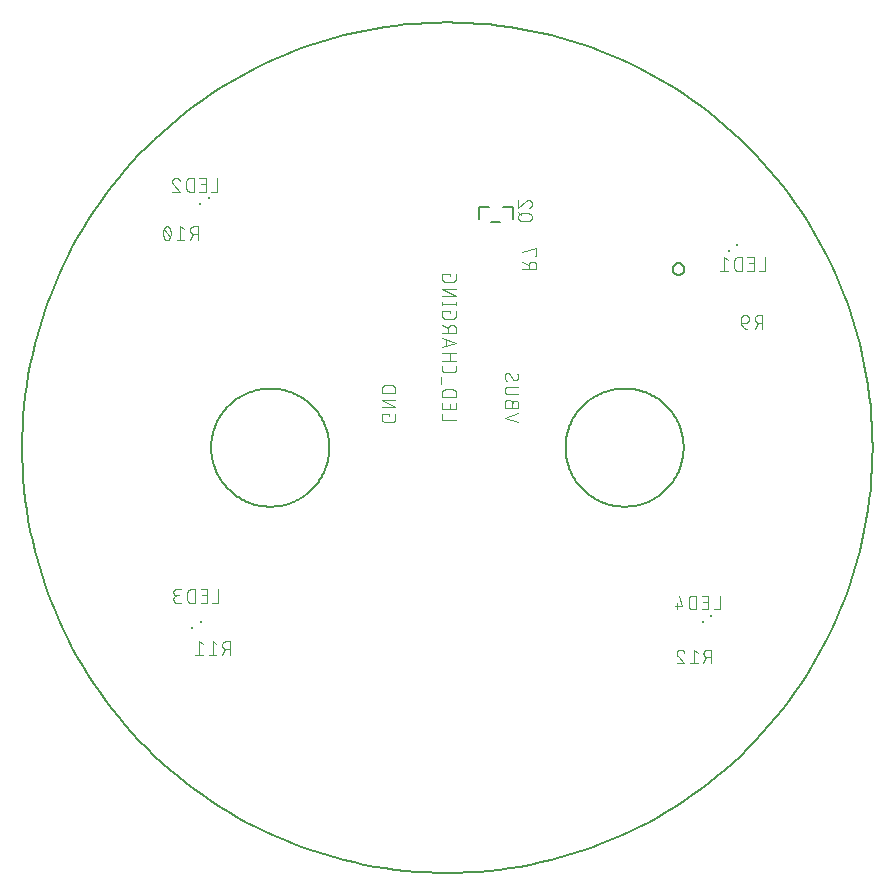
<source format=gbo>
G04 EAGLE Gerber RS-274X export*
G75*
%MOMM*%
%FSLAX34Y34*%
%LPD*%
%INSilk bottom*%
%IPPOS*%
%AMOC8*
5,1,8,0,0,1.08239X$1,22.5*%
G01*
%ADD10C,0.152400*%
%ADD11C,0.101600*%
%ADD12C,0.250000*%
%ADD13R,0.200000X0.200000*%


D10*
X0Y360000D02*
X108Y368835D01*
X434Y377664D01*
X975Y386483D01*
X1733Y395286D01*
X2707Y404068D01*
X3896Y412823D01*
X5300Y421546D01*
X6917Y430233D01*
X8747Y438876D01*
X10789Y447473D01*
X13041Y456017D01*
X15501Y464502D01*
X18170Y472925D01*
X21044Y481280D01*
X24123Y489562D01*
X27403Y497766D01*
X30884Y505887D01*
X34564Y513920D01*
X38439Y521860D01*
X42508Y529703D01*
X46769Y537443D01*
X51218Y545077D01*
X55853Y552599D01*
X60671Y560005D01*
X65669Y567291D01*
X70845Y574452D01*
X76195Y581483D01*
X81716Y588382D01*
X87405Y595142D01*
X93258Y601761D01*
X99271Y608235D01*
X105442Y614558D01*
X111765Y620729D01*
X118239Y626742D01*
X124858Y632595D01*
X131618Y638284D01*
X138517Y643805D01*
X145548Y649155D01*
X152709Y654331D01*
X159995Y659329D01*
X167401Y664147D01*
X174923Y668782D01*
X182557Y673231D01*
X190297Y677492D01*
X198140Y681561D01*
X206080Y685436D01*
X214113Y689116D01*
X222234Y692597D01*
X230438Y695877D01*
X238720Y698956D01*
X247075Y701830D01*
X255498Y704499D01*
X263983Y706959D01*
X272527Y709211D01*
X281124Y711253D01*
X289767Y713083D01*
X298454Y714700D01*
X307177Y716104D01*
X315932Y717293D01*
X324714Y718267D01*
X333517Y719025D01*
X342336Y719566D01*
X351165Y719892D01*
X360000Y720000D01*
X368835Y719892D01*
X377664Y719566D01*
X386483Y719025D01*
X395286Y718267D01*
X404068Y717293D01*
X412823Y716104D01*
X421546Y714700D01*
X430233Y713083D01*
X438876Y711253D01*
X447473Y709211D01*
X456017Y706959D01*
X464502Y704499D01*
X472925Y701830D01*
X481280Y698956D01*
X489562Y695877D01*
X497766Y692597D01*
X505887Y689116D01*
X513920Y685436D01*
X521860Y681561D01*
X529703Y677492D01*
X537443Y673231D01*
X545077Y668782D01*
X552599Y664147D01*
X560005Y659329D01*
X567291Y654331D01*
X574452Y649155D01*
X581483Y643805D01*
X588382Y638284D01*
X595142Y632595D01*
X601761Y626742D01*
X608235Y620729D01*
X614558Y614558D01*
X620729Y608235D01*
X626742Y601761D01*
X632595Y595142D01*
X638284Y588382D01*
X643805Y581483D01*
X649155Y574452D01*
X654331Y567291D01*
X659329Y560005D01*
X664147Y552599D01*
X668782Y545077D01*
X673231Y537443D01*
X677492Y529703D01*
X681561Y521860D01*
X685436Y513920D01*
X689116Y505887D01*
X692597Y497766D01*
X695877Y489562D01*
X698956Y481280D01*
X701830Y472925D01*
X704499Y464502D01*
X706959Y456017D01*
X709211Y447473D01*
X711253Y438876D01*
X713083Y430233D01*
X714700Y421546D01*
X716104Y412823D01*
X717293Y404068D01*
X718267Y395286D01*
X719025Y386483D01*
X719566Y377664D01*
X719892Y368835D01*
X720000Y360000D01*
X719892Y351165D01*
X719566Y342336D01*
X719025Y333517D01*
X718267Y324714D01*
X717293Y315932D01*
X716104Y307177D01*
X714700Y298454D01*
X713083Y289767D01*
X711253Y281124D01*
X709211Y272527D01*
X706959Y263983D01*
X704499Y255498D01*
X701830Y247075D01*
X698956Y238720D01*
X695877Y230438D01*
X692597Y222234D01*
X689116Y214113D01*
X685436Y206080D01*
X681561Y198140D01*
X677492Y190297D01*
X673231Y182557D01*
X668782Y174923D01*
X664147Y167401D01*
X659329Y159995D01*
X654331Y152709D01*
X649155Y145548D01*
X643805Y138517D01*
X638284Y131618D01*
X632595Y124858D01*
X626742Y118239D01*
X620729Y111765D01*
X614558Y105442D01*
X608235Y99271D01*
X601761Y93258D01*
X595142Y87405D01*
X588382Y81716D01*
X581483Y76195D01*
X574452Y70845D01*
X567291Y65669D01*
X560005Y60671D01*
X552599Y55853D01*
X545077Y51218D01*
X537443Y46769D01*
X529703Y42508D01*
X521860Y38439D01*
X513920Y34564D01*
X505887Y30884D01*
X497766Y27403D01*
X489562Y24123D01*
X481280Y21044D01*
X472925Y18170D01*
X464502Y15501D01*
X456017Y13041D01*
X447473Y10789D01*
X438876Y8747D01*
X430233Y6917D01*
X421546Y5300D01*
X412823Y3896D01*
X404068Y2707D01*
X395286Y1733D01*
X386483Y975D01*
X377664Y434D01*
X368835Y108D01*
X360000Y0D01*
X351165Y108D01*
X342336Y434D01*
X333517Y975D01*
X324714Y1733D01*
X315932Y2707D01*
X307177Y3896D01*
X298454Y5300D01*
X289767Y6917D01*
X281124Y8747D01*
X272527Y10789D01*
X263983Y13041D01*
X255498Y15501D01*
X247075Y18170D01*
X238720Y21044D01*
X230438Y24123D01*
X222234Y27403D01*
X214113Y30884D01*
X206080Y34564D01*
X198140Y38439D01*
X190297Y42508D01*
X182557Y46769D01*
X174923Y51218D01*
X167401Y55853D01*
X159995Y60671D01*
X152709Y65669D01*
X145548Y70845D01*
X138517Y76195D01*
X131618Y81716D01*
X124858Y87405D01*
X118239Y93258D01*
X111765Y99271D01*
X105442Y105442D01*
X99271Y111765D01*
X93258Y118239D01*
X87405Y124858D01*
X81716Y131618D01*
X76195Y138517D01*
X70845Y145548D01*
X65669Y152709D01*
X60671Y159995D01*
X55853Y167401D01*
X51218Y174923D01*
X46769Y182557D01*
X42508Y190297D01*
X38439Y198140D01*
X34564Y206080D01*
X30884Y214113D01*
X27403Y222234D01*
X24123Y230438D01*
X21044Y238720D01*
X18170Y247075D01*
X15501Y255498D01*
X13041Y263983D01*
X10789Y272527D01*
X8747Y281124D01*
X6917Y289767D01*
X5300Y298454D01*
X3896Y307177D01*
X2707Y315932D01*
X1733Y324714D01*
X975Y333517D01*
X434Y342336D01*
X108Y351165D01*
X0Y360000D01*
X460000Y360000D02*
X460015Y361227D01*
X460060Y362453D01*
X460135Y363678D01*
X460241Y364901D01*
X460376Y366121D01*
X460541Y367337D01*
X460736Y368548D01*
X460961Y369755D01*
X461215Y370955D01*
X461498Y372149D01*
X461811Y373336D01*
X462153Y374514D01*
X462524Y375684D01*
X462923Y376844D01*
X463350Y377995D01*
X463806Y379134D01*
X464290Y380262D01*
X464801Y381378D01*
X465339Y382481D01*
X465904Y383570D01*
X466496Y384645D01*
X467114Y385705D01*
X467757Y386750D01*
X468427Y387779D01*
X469121Y388790D01*
X469840Y389785D01*
X470583Y390762D01*
X471349Y391720D01*
X472140Y392659D01*
X472952Y393578D01*
X473788Y394477D01*
X474645Y395355D01*
X475523Y396212D01*
X476422Y397048D01*
X477341Y397860D01*
X478280Y398651D01*
X479238Y399417D01*
X480215Y400160D01*
X481210Y400879D01*
X482221Y401573D01*
X483250Y402243D01*
X484295Y402886D01*
X485355Y403504D01*
X486430Y404096D01*
X487519Y404661D01*
X488622Y405199D01*
X489738Y405710D01*
X490866Y406194D01*
X492005Y406650D01*
X493156Y407077D01*
X494316Y407476D01*
X495486Y407847D01*
X496664Y408189D01*
X497851Y408502D01*
X499045Y408785D01*
X500245Y409039D01*
X501452Y409264D01*
X502663Y409459D01*
X503879Y409624D01*
X505099Y409759D01*
X506322Y409865D01*
X507547Y409940D01*
X508773Y409985D01*
X510000Y410000D01*
X511227Y409985D01*
X512453Y409940D01*
X513678Y409865D01*
X514901Y409759D01*
X516121Y409624D01*
X517337Y409459D01*
X518548Y409264D01*
X519755Y409039D01*
X520955Y408785D01*
X522149Y408502D01*
X523336Y408189D01*
X524514Y407847D01*
X525684Y407476D01*
X526844Y407077D01*
X527995Y406650D01*
X529134Y406194D01*
X530262Y405710D01*
X531378Y405199D01*
X532481Y404661D01*
X533570Y404096D01*
X534645Y403504D01*
X535705Y402886D01*
X536750Y402243D01*
X537779Y401573D01*
X538790Y400879D01*
X539785Y400160D01*
X540762Y399417D01*
X541720Y398651D01*
X542659Y397860D01*
X543578Y397048D01*
X544477Y396212D01*
X545355Y395355D01*
X546212Y394477D01*
X547048Y393578D01*
X547860Y392659D01*
X548651Y391720D01*
X549417Y390762D01*
X550160Y389785D01*
X550879Y388790D01*
X551573Y387779D01*
X552243Y386750D01*
X552886Y385705D01*
X553504Y384645D01*
X554096Y383570D01*
X554661Y382481D01*
X555199Y381378D01*
X555710Y380262D01*
X556194Y379134D01*
X556650Y377995D01*
X557077Y376844D01*
X557476Y375684D01*
X557847Y374514D01*
X558189Y373336D01*
X558502Y372149D01*
X558785Y370955D01*
X559039Y369755D01*
X559264Y368548D01*
X559459Y367337D01*
X559624Y366121D01*
X559759Y364901D01*
X559865Y363678D01*
X559940Y362453D01*
X559985Y361227D01*
X560000Y360000D01*
X559985Y358773D01*
X559940Y357547D01*
X559865Y356322D01*
X559759Y355099D01*
X559624Y353879D01*
X559459Y352663D01*
X559264Y351452D01*
X559039Y350245D01*
X558785Y349045D01*
X558502Y347851D01*
X558189Y346664D01*
X557847Y345486D01*
X557476Y344316D01*
X557077Y343156D01*
X556650Y342005D01*
X556194Y340866D01*
X555710Y339738D01*
X555199Y338622D01*
X554661Y337519D01*
X554096Y336430D01*
X553504Y335355D01*
X552886Y334295D01*
X552243Y333250D01*
X551573Y332221D01*
X550879Y331210D01*
X550160Y330215D01*
X549417Y329238D01*
X548651Y328280D01*
X547860Y327341D01*
X547048Y326422D01*
X546212Y325523D01*
X545355Y324645D01*
X544477Y323788D01*
X543578Y322952D01*
X542659Y322140D01*
X541720Y321349D01*
X540762Y320583D01*
X539785Y319840D01*
X538790Y319121D01*
X537779Y318427D01*
X536750Y317757D01*
X535705Y317114D01*
X534645Y316496D01*
X533570Y315904D01*
X532481Y315339D01*
X531378Y314801D01*
X530262Y314290D01*
X529134Y313806D01*
X527995Y313350D01*
X526844Y312923D01*
X525684Y312524D01*
X524514Y312153D01*
X523336Y311811D01*
X522149Y311498D01*
X520955Y311215D01*
X519755Y310961D01*
X518548Y310736D01*
X517337Y310541D01*
X516121Y310376D01*
X514901Y310241D01*
X513678Y310135D01*
X512453Y310060D01*
X511227Y310015D01*
X510000Y310000D01*
X508773Y310015D01*
X507547Y310060D01*
X506322Y310135D01*
X505099Y310241D01*
X503879Y310376D01*
X502663Y310541D01*
X501452Y310736D01*
X500245Y310961D01*
X499045Y311215D01*
X497851Y311498D01*
X496664Y311811D01*
X495486Y312153D01*
X494316Y312524D01*
X493156Y312923D01*
X492005Y313350D01*
X490866Y313806D01*
X489738Y314290D01*
X488622Y314801D01*
X487519Y315339D01*
X486430Y315904D01*
X485355Y316496D01*
X484295Y317114D01*
X483250Y317757D01*
X482221Y318427D01*
X481210Y319121D01*
X480215Y319840D01*
X479238Y320583D01*
X478280Y321349D01*
X477341Y322140D01*
X476422Y322952D01*
X475523Y323788D01*
X474645Y324645D01*
X473788Y325523D01*
X472952Y326422D01*
X472140Y327341D01*
X471349Y328280D01*
X470583Y329238D01*
X469840Y330215D01*
X469121Y331210D01*
X468427Y332221D01*
X467757Y333250D01*
X467114Y334295D01*
X466496Y335355D01*
X465904Y336430D01*
X465339Y337519D01*
X464801Y338622D01*
X464290Y339738D01*
X463806Y340866D01*
X463350Y342005D01*
X462923Y343156D01*
X462524Y344316D01*
X462153Y345486D01*
X461811Y346664D01*
X461498Y347851D01*
X461215Y349045D01*
X460961Y350245D01*
X460736Y351452D01*
X460541Y352663D01*
X460376Y353879D01*
X460241Y355099D01*
X460135Y356322D01*
X460060Y357547D01*
X460015Y358773D01*
X460000Y360000D01*
X160000Y360000D02*
X160015Y361227D01*
X160060Y362453D01*
X160135Y363678D01*
X160241Y364901D01*
X160376Y366121D01*
X160541Y367337D01*
X160736Y368548D01*
X160961Y369755D01*
X161215Y370955D01*
X161498Y372149D01*
X161811Y373336D01*
X162153Y374514D01*
X162524Y375684D01*
X162923Y376844D01*
X163350Y377995D01*
X163806Y379134D01*
X164290Y380262D01*
X164801Y381378D01*
X165339Y382481D01*
X165904Y383570D01*
X166496Y384645D01*
X167114Y385705D01*
X167757Y386750D01*
X168427Y387779D01*
X169121Y388790D01*
X169840Y389785D01*
X170583Y390762D01*
X171349Y391720D01*
X172140Y392659D01*
X172952Y393578D01*
X173788Y394477D01*
X174645Y395355D01*
X175523Y396212D01*
X176422Y397048D01*
X177341Y397860D01*
X178280Y398651D01*
X179238Y399417D01*
X180215Y400160D01*
X181210Y400879D01*
X182221Y401573D01*
X183250Y402243D01*
X184295Y402886D01*
X185355Y403504D01*
X186430Y404096D01*
X187519Y404661D01*
X188622Y405199D01*
X189738Y405710D01*
X190866Y406194D01*
X192005Y406650D01*
X193156Y407077D01*
X194316Y407476D01*
X195486Y407847D01*
X196664Y408189D01*
X197851Y408502D01*
X199045Y408785D01*
X200245Y409039D01*
X201452Y409264D01*
X202663Y409459D01*
X203879Y409624D01*
X205099Y409759D01*
X206322Y409865D01*
X207547Y409940D01*
X208773Y409985D01*
X210000Y410000D01*
X211227Y409985D01*
X212453Y409940D01*
X213678Y409865D01*
X214901Y409759D01*
X216121Y409624D01*
X217337Y409459D01*
X218548Y409264D01*
X219755Y409039D01*
X220955Y408785D01*
X222149Y408502D01*
X223336Y408189D01*
X224514Y407847D01*
X225684Y407476D01*
X226844Y407077D01*
X227995Y406650D01*
X229134Y406194D01*
X230262Y405710D01*
X231378Y405199D01*
X232481Y404661D01*
X233570Y404096D01*
X234645Y403504D01*
X235705Y402886D01*
X236750Y402243D01*
X237779Y401573D01*
X238790Y400879D01*
X239785Y400160D01*
X240762Y399417D01*
X241720Y398651D01*
X242659Y397860D01*
X243578Y397048D01*
X244477Y396212D01*
X245355Y395355D01*
X246212Y394477D01*
X247048Y393578D01*
X247860Y392659D01*
X248651Y391720D01*
X249417Y390762D01*
X250160Y389785D01*
X250879Y388790D01*
X251573Y387779D01*
X252243Y386750D01*
X252886Y385705D01*
X253504Y384645D01*
X254096Y383570D01*
X254661Y382481D01*
X255199Y381378D01*
X255710Y380262D01*
X256194Y379134D01*
X256650Y377995D01*
X257077Y376844D01*
X257476Y375684D01*
X257847Y374514D01*
X258189Y373336D01*
X258502Y372149D01*
X258785Y370955D01*
X259039Y369755D01*
X259264Y368548D01*
X259459Y367337D01*
X259624Y366121D01*
X259759Y364901D01*
X259865Y363678D01*
X259940Y362453D01*
X259985Y361227D01*
X260000Y360000D01*
X259985Y358773D01*
X259940Y357547D01*
X259865Y356322D01*
X259759Y355099D01*
X259624Y353879D01*
X259459Y352663D01*
X259264Y351452D01*
X259039Y350245D01*
X258785Y349045D01*
X258502Y347851D01*
X258189Y346664D01*
X257847Y345486D01*
X257476Y344316D01*
X257077Y343156D01*
X256650Y342005D01*
X256194Y340866D01*
X255710Y339738D01*
X255199Y338622D01*
X254661Y337519D01*
X254096Y336430D01*
X253504Y335355D01*
X252886Y334295D01*
X252243Y333250D01*
X251573Y332221D01*
X250879Y331210D01*
X250160Y330215D01*
X249417Y329238D01*
X248651Y328280D01*
X247860Y327341D01*
X247048Y326422D01*
X246212Y325523D01*
X245355Y324645D01*
X244477Y323788D01*
X243578Y322952D01*
X242659Y322140D01*
X241720Y321349D01*
X240762Y320583D01*
X239785Y319840D01*
X238790Y319121D01*
X237779Y318427D01*
X236750Y317757D01*
X235705Y317114D01*
X234645Y316496D01*
X233570Y315904D01*
X232481Y315339D01*
X231378Y314801D01*
X230262Y314290D01*
X229134Y313806D01*
X227995Y313350D01*
X226844Y312923D01*
X225684Y312524D01*
X224514Y312153D01*
X223336Y311811D01*
X222149Y311498D01*
X220955Y311215D01*
X219755Y310961D01*
X218548Y310736D01*
X217337Y310541D01*
X216121Y310376D01*
X214901Y310241D01*
X213678Y310135D01*
X212453Y310060D01*
X211227Y310015D01*
X210000Y310000D01*
X208773Y310015D01*
X207547Y310060D01*
X206322Y310135D01*
X205099Y310241D01*
X203879Y310376D01*
X202663Y310541D01*
X201452Y310736D01*
X200245Y310961D01*
X199045Y311215D01*
X197851Y311498D01*
X196664Y311811D01*
X195486Y312153D01*
X194316Y312524D01*
X193156Y312923D01*
X192005Y313350D01*
X190866Y313806D01*
X189738Y314290D01*
X188622Y314801D01*
X187519Y315339D01*
X186430Y315904D01*
X185355Y316496D01*
X184295Y317114D01*
X183250Y317757D01*
X182221Y318427D01*
X181210Y319121D01*
X180215Y319840D01*
X179238Y320583D01*
X178280Y321349D01*
X177341Y322140D01*
X176422Y322952D01*
X175523Y323788D01*
X174645Y324645D01*
X173788Y325523D01*
X172952Y326422D01*
X172140Y327341D01*
X171349Y328280D01*
X170583Y329238D01*
X169840Y330215D01*
X169121Y331210D01*
X168427Y332221D01*
X167757Y333250D01*
X167114Y334295D01*
X166496Y335355D01*
X165904Y336430D01*
X165339Y337519D01*
X164801Y338622D01*
X164290Y339738D01*
X163806Y340866D01*
X163350Y342005D01*
X162923Y343156D01*
X162524Y344316D01*
X162153Y345486D01*
X161811Y346664D01*
X161498Y347851D01*
X161215Y349045D01*
X160961Y350245D01*
X160736Y351452D01*
X160541Y352663D01*
X160376Y353879D01*
X160241Y355099D01*
X160135Y356322D01*
X160060Y357547D01*
X160015Y358773D01*
X160000Y360000D01*
X550630Y511270D02*
X550632Y511411D01*
X550638Y511552D01*
X550648Y511692D01*
X550662Y511832D01*
X550680Y511972D01*
X550701Y512111D01*
X550727Y512250D01*
X550756Y512388D01*
X550790Y512524D01*
X550827Y512660D01*
X550868Y512795D01*
X550913Y512929D01*
X550962Y513061D01*
X551014Y513192D01*
X551070Y513321D01*
X551130Y513448D01*
X551193Y513574D01*
X551259Y513698D01*
X551330Y513821D01*
X551403Y513941D01*
X551480Y514059D01*
X551560Y514175D01*
X551644Y514288D01*
X551730Y514399D01*
X551820Y514508D01*
X551913Y514614D01*
X552008Y514717D01*
X552107Y514818D01*
X552208Y514916D01*
X552312Y515011D01*
X552419Y515103D01*
X552528Y515192D01*
X552640Y515277D01*
X552754Y515360D01*
X552870Y515440D01*
X552989Y515516D01*
X553110Y515588D01*
X553232Y515658D01*
X553357Y515723D01*
X553483Y515786D01*
X553611Y515844D01*
X553741Y515899D01*
X553872Y515951D01*
X554005Y515998D01*
X554139Y516042D01*
X554274Y516083D01*
X554410Y516119D01*
X554547Y516151D01*
X554685Y516180D01*
X554823Y516205D01*
X554963Y516225D01*
X555103Y516242D01*
X555243Y516255D01*
X555384Y516264D01*
X555524Y516269D01*
X555665Y516270D01*
X555806Y516267D01*
X555947Y516260D01*
X556087Y516249D01*
X556227Y516234D01*
X556367Y516215D01*
X556506Y516193D01*
X556644Y516166D01*
X556782Y516136D01*
X556918Y516101D01*
X557054Y516063D01*
X557188Y516021D01*
X557322Y515975D01*
X557454Y515926D01*
X557584Y515872D01*
X557713Y515815D01*
X557840Y515755D01*
X557966Y515691D01*
X558089Y515623D01*
X558211Y515552D01*
X558331Y515478D01*
X558448Y515400D01*
X558563Y515319D01*
X558676Y515235D01*
X558787Y515148D01*
X558895Y515057D01*
X559000Y514964D01*
X559103Y514867D01*
X559203Y514768D01*
X559300Y514666D01*
X559394Y514561D01*
X559485Y514454D01*
X559573Y514344D01*
X559658Y514232D01*
X559740Y514117D01*
X559819Y514000D01*
X559894Y513881D01*
X559966Y513760D01*
X560034Y513637D01*
X560099Y513512D01*
X560161Y513385D01*
X560218Y513256D01*
X560273Y513126D01*
X560323Y512995D01*
X560370Y512862D01*
X560413Y512728D01*
X560452Y512592D01*
X560487Y512456D01*
X560519Y512319D01*
X560546Y512181D01*
X560570Y512042D01*
X560590Y511902D01*
X560606Y511762D01*
X560618Y511622D01*
X560626Y511481D01*
X560630Y511340D01*
X560630Y511200D01*
X560626Y511059D01*
X560618Y510918D01*
X560606Y510778D01*
X560590Y510638D01*
X560570Y510498D01*
X560546Y510359D01*
X560519Y510221D01*
X560487Y510084D01*
X560452Y509948D01*
X560413Y509812D01*
X560370Y509678D01*
X560323Y509545D01*
X560273Y509414D01*
X560218Y509284D01*
X560161Y509155D01*
X560099Y509028D01*
X560034Y508903D01*
X559966Y508780D01*
X559894Y508659D01*
X559819Y508540D01*
X559740Y508423D01*
X559658Y508308D01*
X559573Y508196D01*
X559485Y508086D01*
X559394Y507979D01*
X559300Y507874D01*
X559203Y507772D01*
X559103Y507673D01*
X559000Y507576D01*
X558895Y507483D01*
X558787Y507392D01*
X558676Y507305D01*
X558563Y507221D01*
X558448Y507140D01*
X558331Y507062D01*
X558211Y506988D01*
X558089Y506917D01*
X557966Y506849D01*
X557840Y506785D01*
X557713Y506725D01*
X557584Y506668D01*
X557454Y506614D01*
X557322Y506565D01*
X557188Y506519D01*
X557054Y506477D01*
X556918Y506439D01*
X556782Y506404D01*
X556644Y506374D01*
X556506Y506347D01*
X556367Y506325D01*
X556227Y506306D01*
X556087Y506291D01*
X555947Y506280D01*
X555806Y506273D01*
X555665Y506270D01*
X555524Y506271D01*
X555384Y506276D01*
X555243Y506285D01*
X555103Y506298D01*
X554963Y506315D01*
X554823Y506335D01*
X554685Y506360D01*
X554547Y506389D01*
X554410Y506421D01*
X554274Y506457D01*
X554139Y506498D01*
X554005Y506542D01*
X553872Y506589D01*
X553741Y506641D01*
X553611Y506696D01*
X553483Y506754D01*
X553357Y506817D01*
X553232Y506882D01*
X553110Y506952D01*
X552989Y507024D01*
X552870Y507100D01*
X552754Y507180D01*
X552640Y507263D01*
X552528Y507348D01*
X552419Y507437D01*
X552312Y507529D01*
X552208Y507624D01*
X552107Y507722D01*
X552008Y507823D01*
X551913Y507926D01*
X551820Y508032D01*
X551730Y508141D01*
X551644Y508252D01*
X551560Y508365D01*
X551480Y508481D01*
X551403Y508599D01*
X551330Y508719D01*
X551259Y508842D01*
X551193Y508966D01*
X551130Y509092D01*
X551070Y509219D01*
X551014Y509348D01*
X550962Y509479D01*
X550913Y509611D01*
X550868Y509745D01*
X550827Y509880D01*
X550790Y510016D01*
X550756Y510152D01*
X550727Y510290D01*
X550701Y510429D01*
X550680Y510568D01*
X550662Y510708D01*
X550648Y510848D01*
X550638Y510988D01*
X550632Y511129D01*
X550630Y511270D01*
D11*
X420122Y381298D02*
X408438Y385193D01*
X420122Y389087D01*
X414929Y393927D02*
X414929Y397173D01*
X414930Y397173D02*
X414928Y397286D01*
X414922Y397399D01*
X414912Y397512D01*
X414898Y397625D01*
X414881Y397737D01*
X414859Y397848D01*
X414834Y397958D01*
X414804Y398068D01*
X414771Y398176D01*
X414734Y398283D01*
X414694Y398389D01*
X414649Y398493D01*
X414601Y398596D01*
X414550Y398697D01*
X414495Y398796D01*
X414437Y398893D01*
X414375Y398988D01*
X414310Y399081D01*
X414242Y399171D01*
X414171Y399259D01*
X414096Y399345D01*
X414019Y399428D01*
X413939Y399508D01*
X413856Y399585D01*
X413770Y399660D01*
X413682Y399731D01*
X413592Y399799D01*
X413499Y399864D01*
X413404Y399926D01*
X413307Y399984D01*
X413208Y400039D01*
X413107Y400090D01*
X413004Y400138D01*
X412900Y400183D01*
X412794Y400223D01*
X412687Y400260D01*
X412579Y400293D01*
X412469Y400323D01*
X412359Y400348D01*
X412248Y400370D01*
X412136Y400387D01*
X412023Y400401D01*
X411910Y400411D01*
X411797Y400417D01*
X411684Y400419D01*
X411571Y400417D01*
X411458Y400411D01*
X411345Y400401D01*
X411232Y400387D01*
X411120Y400370D01*
X411009Y400348D01*
X410899Y400323D01*
X410789Y400293D01*
X410681Y400260D01*
X410574Y400223D01*
X410468Y400183D01*
X410364Y400138D01*
X410261Y400090D01*
X410160Y400039D01*
X410061Y399984D01*
X409964Y399926D01*
X409869Y399864D01*
X409776Y399799D01*
X409686Y399731D01*
X409598Y399660D01*
X409512Y399585D01*
X409429Y399508D01*
X409349Y399428D01*
X409272Y399345D01*
X409197Y399259D01*
X409126Y399171D01*
X409058Y399081D01*
X408993Y398988D01*
X408931Y398893D01*
X408873Y398796D01*
X408818Y398697D01*
X408767Y398596D01*
X408719Y398493D01*
X408674Y398389D01*
X408634Y398283D01*
X408597Y398176D01*
X408564Y398068D01*
X408534Y397958D01*
X408509Y397848D01*
X408487Y397737D01*
X408470Y397625D01*
X408456Y397512D01*
X408446Y397399D01*
X408440Y397286D01*
X408438Y397173D01*
X408438Y393927D01*
X420122Y393927D01*
X420122Y397173D01*
X420120Y397274D01*
X420114Y397374D01*
X420104Y397474D01*
X420091Y397574D01*
X420073Y397673D01*
X420052Y397772D01*
X420027Y397869D01*
X419998Y397966D01*
X419965Y398061D01*
X419929Y398155D01*
X419889Y398247D01*
X419846Y398338D01*
X419799Y398427D01*
X419749Y398514D01*
X419695Y398600D01*
X419638Y398683D01*
X419578Y398763D01*
X419515Y398842D01*
X419448Y398918D01*
X419379Y398991D01*
X419307Y399061D01*
X419233Y399129D01*
X419156Y399194D01*
X419076Y399255D01*
X418994Y399314D01*
X418910Y399369D01*
X418824Y399421D01*
X418736Y399470D01*
X418646Y399515D01*
X418554Y399557D01*
X418461Y399595D01*
X418366Y399629D01*
X418271Y399660D01*
X418174Y399687D01*
X418076Y399710D01*
X417977Y399730D01*
X417877Y399745D01*
X417777Y399757D01*
X417677Y399765D01*
X417576Y399769D01*
X417476Y399769D01*
X417375Y399765D01*
X417275Y399757D01*
X417175Y399745D01*
X417075Y399730D01*
X416976Y399710D01*
X416878Y399687D01*
X416781Y399660D01*
X416686Y399629D01*
X416591Y399595D01*
X416498Y399557D01*
X416406Y399515D01*
X416316Y399470D01*
X416228Y399421D01*
X416142Y399369D01*
X416058Y399314D01*
X415976Y399255D01*
X415896Y399194D01*
X415819Y399129D01*
X415745Y399061D01*
X415673Y398991D01*
X415604Y398918D01*
X415537Y398842D01*
X415474Y398763D01*
X415414Y398683D01*
X415357Y398600D01*
X415303Y398514D01*
X415253Y398427D01*
X415206Y398338D01*
X415163Y398247D01*
X415123Y398155D01*
X415087Y398061D01*
X415054Y397966D01*
X415025Y397869D01*
X415000Y397772D01*
X414979Y397673D01*
X414961Y397574D01*
X414948Y397474D01*
X414938Y397374D01*
X414932Y397274D01*
X414930Y397173D01*
X411684Y405188D02*
X420122Y405188D01*
X411684Y405188D02*
X411571Y405190D01*
X411458Y405196D01*
X411345Y405206D01*
X411232Y405220D01*
X411120Y405237D01*
X411009Y405259D01*
X410899Y405284D01*
X410789Y405314D01*
X410681Y405347D01*
X410574Y405384D01*
X410468Y405424D01*
X410364Y405469D01*
X410261Y405517D01*
X410160Y405568D01*
X410061Y405623D01*
X409964Y405681D01*
X409869Y405743D01*
X409776Y405808D01*
X409686Y405876D01*
X409598Y405947D01*
X409512Y406022D01*
X409429Y406099D01*
X409349Y406179D01*
X409272Y406262D01*
X409197Y406348D01*
X409126Y406436D01*
X409058Y406526D01*
X408993Y406619D01*
X408931Y406714D01*
X408873Y406811D01*
X408818Y406910D01*
X408767Y407011D01*
X408719Y407114D01*
X408674Y407218D01*
X408634Y407324D01*
X408597Y407431D01*
X408564Y407539D01*
X408534Y407649D01*
X408509Y407759D01*
X408487Y407870D01*
X408470Y407982D01*
X408456Y408095D01*
X408446Y408208D01*
X408440Y408321D01*
X408438Y408434D01*
X408440Y408547D01*
X408446Y408660D01*
X408456Y408773D01*
X408470Y408886D01*
X408487Y408998D01*
X408509Y409109D01*
X408534Y409219D01*
X408564Y409329D01*
X408597Y409437D01*
X408634Y409544D01*
X408674Y409650D01*
X408719Y409754D01*
X408767Y409857D01*
X408818Y409958D01*
X408873Y410057D01*
X408931Y410154D01*
X408993Y410249D01*
X409058Y410342D01*
X409126Y410432D01*
X409197Y410520D01*
X409272Y410606D01*
X409349Y410689D01*
X409429Y410769D01*
X409512Y410846D01*
X409598Y410921D01*
X409686Y410992D01*
X409776Y411060D01*
X409869Y411125D01*
X409964Y411187D01*
X410061Y411245D01*
X410160Y411300D01*
X410261Y411351D01*
X410364Y411399D01*
X410468Y411444D01*
X410574Y411484D01*
X410681Y411521D01*
X410789Y411554D01*
X410899Y411584D01*
X411009Y411609D01*
X411120Y411631D01*
X411232Y411648D01*
X411345Y411662D01*
X411458Y411672D01*
X411571Y411678D01*
X411684Y411680D01*
X411684Y411679D02*
X420122Y411679D01*
X411034Y423109D02*
X410935Y423107D01*
X410835Y423101D01*
X410736Y423092D01*
X410638Y423079D01*
X410540Y423062D01*
X410442Y423041D01*
X410346Y423016D01*
X410251Y422988D01*
X410157Y422956D01*
X410064Y422921D01*
X409972Y422882D01*
X409882Y422839D01*
X409794Y422794D01*
X409707Y422744D01*
X409623Y422692D01*
X409540Y422636D01*
X409460Y422578D01*
X409382Y422516D01*
X409307Y422451D01*
X409234Y422383D01*
X409164Y422313D01*
X409096Y422240D01*
X409031Y422165D01*
X408969Y422087D01*
X408911Y422007D01*
X408855Y421924D01*
X408803Y421840D01*
X408753Y421753D01*
X408708Y421665D01*
X408665Y421575D01*
X408626Y421483D01*
X408591Y421390D01*
X408559Y421296D01*
X408531Y421201D01*
X408506Y421105D01*
X408485Y421007D01*
X408468Y420909D01*
X408455Y420811D01*
X408446Y420712D01*
X408440Y420612D01*
X408438Y420513D01*
X408440Y420369D01*
X408446Y420224D01*
X408455Y420080D01*
X408468Y419937D01*
X408485Y419793D01*
X408506Y419650D01*
X408531Y419508D01*
X408559Y419367D01*
X408591Y419226D01*
X408627Y419086D01*
X408666Y418947D01*
X408709Y418809D01*
X408756Y418673D01*
X408806Y418537D01*
X408860Y418403D01*
X408917Y418271D01*
X408978Y418140D01*
X409042Y418011D01*
X409110Y417883D01*
X409180Y417757D01*
X409255Y417633D01*
X409332Y417512D01*
X409413Y417392D01*
X409496Y417274D01*
X409583Y417159D01*
X409673Y417046D01*
X409766Y416935D01*
X409861Y416827D01*
X409960Y416721D01*
X410061Y416618D01*
X417526Y416943D02*
X417625Y416945D01*
X417725Y416951D01*
X417824Y416960D01*
X417922Y416973D01*
X418020Y416990D01*
X418118Y417011D01*
X418214Y417036D01*
X418309Y417064D01*
X418403Y417096D01*
X418496Y417131D01*
X418588Y417170D01*
X418678Y417213D01*
X418766Y417258D01*
X418853Y417308D01*
X418937Y417360D01*
X419020Y417416D01*
X419100Y417474D01*
X419178Y417536D01*
X419253Y417601D01*
X419326Y417669D01*
X419396Y417739D01*
X419464Y417812D01*
X419529Y417887D01*
X419591Y417965D01*
X419649Y418045D01*
X419705Y418128D01*
X419757Y418212D01*
X419807Y418299D01*
X419852Y418387D01*
X419895Y418477D01*
X419934Y418569D01*
X419969Y418662D01*
X420001Y418756D01*
X420029Y418851D01*
X420054Y418948D01*
X420075Y419045D01*
X420092Y419143D01*
X420105Y419241D01*
X420114Y419340D01*
X420120Y419440D01*
X420122Y419539D01*
X420120Y419675D01*
X420114Y419811D01*
X420105Y419947D01*
X420092Y420083D01*
X420074Y420218D01*
X420054Y420352D01*
X420029Y420486D01*
X420001Y420620D01*
X419968Y420752D01*
X419933Y420883D01*
X419893Y421014D01*
X419850Y421143D01*
X419804Y421271D01*
X419753Y421397D01*
X419700Y421523D01*
X419642Y421646D01*
X419582Y421768D01*
X419518Y421888D01*
X419450Y422007D01*
X419380Y422123D01*
X419306Y422237D01*
X419229Y422350D01*
X419148Y422460D01*
X415254Y418241D02*
X415307Y418155D01*
X415364Y418071D01*
X415423Y417989D01*
X415486Y417909D01*
X415552Y417832D01*
X415620Y417757D01*
X415692Y417685D01*
X415766Y417616D01*
X415843Y417550D01*
X415922Y417487D01*
X416004Y417427D01*
X416088Y417370D01*
X416174Y417316D01*
X416262Y417266D01*
X416352Y417219D01*
X416443Y417175D01*
X416537Y417136D01*
X416631Y417099D01*
X416727Y417067D01*
X416825Y417038D01*
X416923Y417013D01*
X417022Y416992D01*
X417122Y416974D01*
X417222Y416961D01*
X417323Y416951D01*
X417425Y416945D01*
X417526Y416943D01*
X413306Y421811D02*
X413253Y421897D01*
X413196Y421981D01*
X413137Y422063D01*
X413074Y422143D01*
X413008Y422220D01*
X412940Y422295D01*
X412868Y422367D01*
X412794Y422436D01*
X412717Y422502D01*
X412638Y422565D01*
X412556Y422625D01*
X412472Y422682D01*
X412386Y422736D01*
X412298Y422786D01*
X412208Y422833D01*
X412117Y422877D01*
X412023Y422916D01*
X411929Y422953D01*
X411833Y422985D01*
X411735Y423014D01*
X411637Y423039D01*
X411538Y423060D01*
X411438Y423078D01*
X411338Y423091D01*
X411237Y423101D01*
X411135Y423107D01*
X411034Y423109D01*
X413306Y421811D02*
X415254Y418241D01*
X367192Y383068D02*
X355508Y383068D01*
X355508Y388261D01*
X355508Y392974D02*
X355508Y398167D01*
X355508Y392974D02*
X367192Y392974D01*
X367192Y398167D01*
X361999Y396869D02*
X361999Y392974D01*
X367192Y402857D02*
X355508Y402857D01*
X367192Y402857D02*
X367192Y406103D01*
X367190Y406216D01*
X367184Y406329D01*
X367174Y406442D01*
X367160Y406555D01*
X367143Y406667D01*
X367121Y406778D01*
X367096Y406888D01*
X367066Y406998D01*
X367033Y407106D01*
X366996Y407213D01*
X366956Y407319D01*
X366911Y407423D01*
X366863Y407526D01*
X366812Y407627D01*
X366757Y407726D01*
X366699Y407823D01*
X366637Y407918D01*
X366572Y408011D01*
X366504Y408101D01*
X366433Y408189D01*
X366358Y408275D01*
X366281Y408358D01*
X366201Y408438D01*
X366118Y408515D01*
X366032Y408590D01*
X365944Y408661D01*
X365854Y408729D01*
X365761Y408794D01*
X365666Y408856D01*
X365569Y408914D01*
X365470Y408969D01*
X365369Y409020D01*
X365266Y409068D01*
X365162Y409113D01*
X365056Y409153D01*
X364949Y409190D01*
X364841Y409223D01*
X364731Y409253D01*
X364621Y409278D01*
X364510Y409300D01*
X364398Y409317D01*
X364285Y409331D01*
X364172Y409341D01*
X364059Y409347D01*
X363946Y409349D01*
X358754Y409349D01*
X358641Y409347D01*
X358528Y409341D01*
X358415Y409331D01*
X358302Y409317D01*
X358190Y409300D01*
X358079Y409278D01*
X357969Y409253D01*
X357859Y409223D01*
X357751Y409190D01*
X357644Y409153D01*
X357538Y409113D01*
X357434Y409068D01*
X357331Y409020D01*
X357230Y408969D01*
X357131Y408914D01*
X357034Y408856D01*
X356939Y408794D01*
X356846Y408729D01*
X356756Y408661D01*
X356668Y408590D01*
X356582Y408515D01*
X356499Y408438D01*
X356419Y408358D01*
X356342Y408275D01*
X356267Y408189D01*
X356196Y408101D01*
X356128Y408011D01*
X356063Y407918D01*
X356001Y407823D01*
X355943Y407726D01*
X355888Y407627D01*
X355837Y407526D01*
X355789Y407423D01*
X355744Y407319D01*
X355704Y407213D01*
X355667Y407106D01*
X355634Y406998D01*
X355604Y406888D01*
X355579Y406778D01*
X355557Y406667D01*
X355540Y406555D01*
X355526Y406442D01*
X355516Y406329D01*
X355510Y406216D01*
X355508Y406103D01*
X355508Y402857D01*
X354210Y414175D02*
X354210Y419367D01*
X355508Y426376D02*
X355508Y428972D01*
X355508Y426376D02*
X355510Y426277D01*
X355516Y426177D01*
X355525Y426078D01*
X355538Y425980D01*
X355555Y425882D01*
X355576Y425784D01*
X355601Y425688D01*
X355629Y425593D01*
X355661Y425499D01*
X355696Y425406D01*
X355735Y425314D01*
X355778Y425224D01*
X355823Y425136D01*
X355873Y425049D01*
X355925Y424965D01*
X355981Y424882D01*
X356039Y424802D01*
X356101Y424724D01*
X356166Y424649D01*
X356234Y424576D01*
X356304Y424506D01*
X356377Y424438D01*
X356452Y424373D01*
X356530Y424311D01*
X356610Y424253D01*
X356693Y424197D01*
X356777Y424145D01*
X356864Y424095D01*
X356952Y424050D01*
X357042Y424007D01*
X357134Y423968D01*
X357227Y423933D01*
X357321Y423901D01*
X357416Y423873D01*
X357512Y423848D01*
X357610Y423827D01*
X357708Y423810D01*
X357806Y423797D01*
X357905Y423788D01*
X358005Y423782D01*
X358104Y423780D01*
X358104Y423779D02*
X364596Y423779D01*
X364596Y423780D02*
X364695Y423782D01*
X364795Y423788D01*
X364894Y423797D01*
X364992Y423810D01*
X365090Y423827D01*
X365188Y423848D01*
X365284Y423873D01*
X365379Y423901D01*
X365473Y423933D01*
X365566Y423968D01*
X365658Y424007D01*
X365748Y424050D01*
X365836Y424095D01*
X365923Y424145D01*
X366007Y424197D01*
X366090Y424253D01*
X366170Y424311D01*
X366248Y424373D01*
X366323Y424438D01*
X366396Y424506D01*
X366466Y424576D01*
X366534Y424649D01*
X366599Y424724D01*
X366661Y424802D01*
X366719Y424882D01*
X366775Y424965D01*
X366827Y425049D01*
X366877Y425136D01*
X366922Y425224D01*
X366965Y425314D01*
X367004Y425406D01*
X367039Y425498D01*
X367071Y425593D01*
X367099Y425688D01*
X367124Y425784D01*
X367145Y425882D01*
X367162Y425980D01*
X367175Y426078D01*
X367184Y426177D01*
X367190Y426277D01*
X367192Y426376D01*
X367192Y428972D01*
X367192Y433718D02*
X355508Y433718D01*
X361999Y433718D02*
X361999Y440209D01*
X367192Y440209D02*
X355508Y440209D01*
X355508Y444880D02*
X367192Y448775D01*
X355508Y452670D01*
X358429Y451696D02*
X358429Y445854D01*
X355508Y457414D02*
X367192Y457414D01*
X367192Y460660D01*
X367190Y460773D01*
X367184Y460886D01*
X367174Y460999D01*
X367160Y461112D01*
X367143Y461224D01*
X367121Y461335D01*
X367096Y461445D01*
X367066Y461555D01*
X367033Y461663D01*
X366996Y461770D01*
X366956Y461876D01*
X366911Y461980D01*
X366863Y462083D01*
X366812Y462184D01*
X366757Y462283D01*
X366699Y462380D01*
X366637Y462475D01*
X366572Y462568D01*
X366504Y462658D01*
X366433Y462746D01*
X366358Y462832D01*
X366281Y462915D01*
X366201Y462995D01*
X366118Y463072D01*
X366032Y463147D01*
X365944Y463218D01*
X365854Y463286D01*
X365761Y463351D01*
X365666Y463413D01*
X365569Y463471D01*
X365470Y463526D01*
X365369Y463577D01*
X365266Y463625D01*
X365162Y463670D01*
X365056Y463710D01*
X364949Y463747D01*
X364841Y463780D01*
X364731Y463810D01*
X364621Y463835D01*
X364510Y463857D01*
X364398Y463874D01*
X364285Y463888D01*
X364172Y463898D01*
X364059Y463904D01*
X363946Y463906D01*
X363833Y463904D01*
X363720Y463898D01*
X363607Y463888D01*
X363494Y463874D01*
X363382Y463857D01*
X363271Y463835D01*
X363161Y463810D01*
X363051Y463780D01*
X362943Y463747D01*
X362836Y463710D01*
X362730Y463670D01*
X362626Y463625D01*
X362523Y463577D01*
X362422Y463526D01*
X362323Y463471D01*
X362226Y463413D01*
X362131Y463351D01*
X362038Y463286D01*
X361948Y463218D01*
X361860Y463147D01*
X361774Y463072D01*
X361691Y462995D01*
X361611Y462915D01*
X361534Y462832D01*
X361459Y462746D01*
X361388Y462658D01*
X361320Y462568D01*
X361255Y462475D01*
X361193Y462380D01*
X361135Y462283D01*
X361080Y462184D01*
X361029Y462083D01*
X360981Y461980D01*
X360936Y461876D01*
X360896Y461770D01*
X360859Y461663D01*
X360826Y461555D01*
X360796Y461445D01*
X360771Y461335D01*
X360749Y461224D01*
X360732Y461112D01*
X360718Y460999D01*
X360708Y460886D01*
X360702Y460773D01*
X360700Y460660D01*
X360701Y460660D02*
X360701Y457414D01*
X360701Y461309D02*
X355508Y463905D01*
X361999Y473695D02*
X361999Y475642D01*
X355508Y475642D01*
X355508Y471748D01*
X355510Y471649D01*
X355516Y471549D01*
X355525Y471450D01*
X355538Y471352D01*
X355555Y471254D01*
X355576Y471156D01*
X355601Y471060D01*
X355629Y470965D01*
X355661Y470871D01*
X355696Y470778D01*
X355735Y470686D01*
X355778Y470596D01*
X355823Y470508D01*
X355873Y470421D01*
X355925Y470337D01*
X355981Y470254D01*
X356039Y470174D01*
X356101Y470096D01*
X356166Y470021D01*
X356234Y469948D01*
X356304Y469878D01*
X356377Y469810D01*
X356452Y469745D01*
X356530Y469683D01*
X356610Y469625D01*
X356693Y469569D01*
X356777Y469517D01*
X356864Y469467D01*
X356952Y469422D01*
X357042Y469379D01*
X357134Y469340D01*
X357227Y469305D01*
X357321Y469273D01*
X357416Y469245D01*
X357512Y469220D01*
X357610Y469199D01*
X357708Y469182D01*
X357806Y469169D01*
X357905Y469160D01*
X358005Y469154D01*
X358104Y469152D01*
X358104Y469151D02*
X364596Y469151D01*
X364596Y469152D02*
X364695Y469154D01*
X364795Y469160D01*
X364894Y469169D01*
X364992Y469182D01*
X365090Y469199D01*
X365188Y469220D01*
X365284Y469245D01*
X365379Y469273D01*
X365473Y469305D01*
X365566Y469340D01*
X365658Y469379D01*
X365748Y469422D01*
X365836Y469467D01*
X365923Y469517D01*
X366007Y469569D01*
X366090Y469625D01*
X366170Y469683D01*
X366248Y469745D01*
X366323Y469810D01*
X366396Y469878D01*
X366466Y469948D01*
X366534Y470021D01*
X366599Y470096D01*
X366661Y470174D01*
X366719Y470254D01*
X366775Y470337D01*
X366827Y470421D01*
X366877Y470508D01*
X366922Y470596D01*
X366965Y470686D01*
X367004Y470778D01*
X367039Y470870D01*
X367071Y470965D01*
X367099Y471060D01*
X367124Y471156D01*
X367145Y471254D01*
X367162Y471352D01*
X367175Y471450D01*
X367184Y471549D01*
X367190Y471649D01*
X367192Y471748D01*
X367192Y475642D01*
X367192Y481922D02*
X355508Y481922D01*
X355508Y480624D02*
X355508Y483220D01*
X367192Y483220D02*
X367192Y480624D01*
X367192Y488201D02*
X355508Y488201D01*
X355508Y494692D02*
X367192Y488201D01*
X367192Y494692D02*
X355508Y494692D01*
X361999Y504937D02*
X361999Y506884D01*
X355508Y506884D01*
X355508Y502990D01*
X355510Y502891D01*
X355516Y502791D01*
X355525Y502692D01*
X355538Y502594D01*
X355555Y502496D01*
X355576Y502398D01*
X355601Y502302D01*
X355629Y502207D01*
X355661Y502113D01*
X355696Y502020D01*
X355735Y501928D01*
X355778Y501838D01*
X355823Y501750D01*
X355873Y501663D01*
X355925Y501579D01*
X355981Y501496D01*
X356039Y501416D01*
X356101Y501338D01*
X356166Y501263D01*
X356234Y501190D01*
X356304Y501120D01*
X356377Y501052D01*
X356452Y500987D01*
X356530Y500925D01*
X356610Y500867D01*
X356693Y500811D01*
X356777Y500759D01*
X356864Y500709D01*
X356952Y500664D01*
X357042Y500621D01*
X357134Y500582D01*
X357227Y500547D01*
X357321Y500515D01*
X357416Y500487D01*
X357512Y500462D01*
X357610Y500441D01*
X357708Y500424D01*
X357806Y500411D01*
X357905Y500402D01*
X358005Y500396D01*
X358104Y500394D01*
X358104Y500393D02*
X364596Y500393D01*
X364596Y500394D02*
X364695Y500396D01*
X364795Y500402D01*
X364894Y500411D01*
X364992Y500424D01*
X365090Y500441D01*
X365188Y500462D01*
X365284Y500487D01*
X365379Y500515D01*
X365473Y500547D01*
X365566Y500582D01*
X365658Y500621D01*
X365748Y500664D01*
X365836Y500709D01*
X365923Y500759D01*
X366007Y500811D01*
X366090Y500867D01*
X366170Y500925D01*
X366248Y500987D01*
X366323Y501052D01*
X366396Y501120D01*
X366466Y501190D01*
X366534Y501263D01*
X366599Y501338D01*
X366661Y501416D01*
X366719Y501496D01*
X366775Y501579D01*
X366827Y501663D01*
X366877Y501750D01*
X366922Y501838D01*
X366965Y501928D01*
X367004Y502020D01*
X367039Y502112D01*
X367071Y502207D01*
X367099Y502302D01*
X367124Y502398D01*
X367145Y502496D01*
X367162Y502594D01*
X367175Y502692D01*
X367184Y502791D01*
X367190Y502891D01*
X367192Y502990D01*
X367192Y506884D01*
X310799Y388359D02*
X310799Y386412D01*
X310799Y388359D02*
X304308Y388359D01*
X304308Y384464D01*
X304310Y384365D01*
X304316Y384265D01*
X304325Y384166D01*
X304338Y384068D01*
X304355Y383970D01*
X304376Y383872D01*
X304401Y383776D01*
X304429Y383681D01*
X304461Y383587D01*
X304496Y383494D01*
X304535Y383402D01*
X304578Y383312D01*
X304623Y383224D01*
X304673Y383137D01*
X304725Y383053D01*
X304781Y382970D01*
X304839Y382890D01*
X304901Y382812D01*
X304966Y382737D01*
X305034Y382664D01*
X305104Y382594D01*
X305177Y382526D01*
X305252Y382461D01*
X305330Y382399D01*
X305410Y382341D01*
X305493Y382285D01*
X305577Y382233D01*
X305664Y382183D01*
X305752Y382138D01*
X305842Y382095D01*
X305934Y382056D01*
X306027Y382021D01*
X306121Y381989D01*
X306216Y381961D01*
X306312Y381936D01*
X306410Y381915D01*
X306508Y381898D01*
X306606Y381885D01*
X306705Y381876D01*
X306805Y381870D01*
X306904Y381868D01*
X313396Y381868D01*
X313495Y381870D01*
X313595Y381876D01*
X313694Y381885D01*
X313792Y381898D01*
X313890Y381915D01*
X313988Y381936D01*
X314084Y381961D01*
X314179Y381989D01*
X314273Y382021D01*
X314366Y382056D01*
X314458Y382095D01*
X314548Y382138D01*
X314636Y382183D01*
X314723Y382233D01*
X314807Y382285D01*
X314890Y382341D01*
X314970Y382399D01*
X315048Y382461D01*
X315123Y382526D01*
X315196Y382594D01*
X315266Y382664D01*
X315334Y382737D01*
X315399Y382812D01*
X315461Y382890D01*
X315519Y382970D01*
X315575Y383053D01*
X315627Y383137D01*
X315677Y383224D01*
X315722Y383312D01*
X315765Y383402D01*
X315804Y383494D01*
X315839Y383586D01*
X315871Y383681D01*
X315899Y383776D01*
X315924Y383872D01*
X315945Y383970D01*
X315962Y384068D01*
X315975Y384166D01*
X315984Y384265D01*
X315990Y384365D01*
X315992Y384464D01*
X315992Y388359D01*
X315992Y394060D02*
X304308Y394060D01*
X304308Y400551D02*
X315992Y394060D01*
X315992Y400551D02*
X304308Y400551D01*
X304308Y406252D02*
X315992Y406252D01*
X315992Y409497D01*
X315990Y409610D01*
X315984Y409723D01*
X315974Y409836D01*
X315960Y409949D01*
X315943Y410061D01*
X315921Y410172D01*
X315896Y410282D01*
X315866Y410392D01*
X315833Y410500D01*
X315796Y410607D01*
X315756Y410713D01*
X315711Y410817D01*
X315663Y410920D01*
X315612Y411021D01*
X315557Y411120D01*
X315499Y411217D01*
X315437Y411312D01*
X315372Y411405D01*
X315304Y411495D01*
X315233Y411583D01*
X315158Y411669D01*
X315081Y411752D01*
X315001Y411832D01*
X314918Y411909D01*
X314832Y411984D01*
X314744Y412055D01*
X314654Y412123D01*
X314561Y412188D01*
X314466Y412250D01*
X314369Y412308D01*
X314270Y412363D01*
X314169Y412414D01*
X314066Y412462D01*
X313962Y412507D01*
X313856Y412547D01*
X313749Y412584D01*
X313641Y412617D01*
X313531Y412647D01*
X313421Y412672D01*
X313310Y412694D01*
X313198Y412711D01*
X313085Y412725D01*
X312972Y412735D01*
X312859Y412741D01*
X312746Y412743D01*
X307554Y412743D01*
X307441Y412741D01*
X307328Y412735D01*
X307215Y412725D01*
X307102Y412711D01*
X306990Y412694D01*
X306879Y412672D01*
X306769Y412647D01*
X306659Y412617D01*
X306551Y412584D01*
X306444Y412547D01*
X306338Y412507D01*
X306234Y412462D01*
X306131Y412414D01*
X306030Y412363D01*
X305931Y412308D01*
X305834Y412250D01*
X305739Y412188D01*
X305646Y412123D01*
X305556Y412055D01*
X305468Y411984D01*
X305382Y411909D01*
X305299Y411832D01*
X305219Y411752D01*
X305142Y411669D01*
X305067Y411583D01*
X304996Y411495D01*
X304928Y411405D01*
X304863Y411312D01*
X304801Y411217D01*
X304743Y411120D01*
X304688Y411021D01*
X304637Y410920D01*
X304589Y410817D01*
X304544Y410713D01*
X304504Y410607D01*
X304467Y410500D01*
X304434Y410392D01*
X304404Y410282D01*
X304379Y410172D01*
X304357Y410061D01*
X304340Y409949D01*
X304326Y409836D01*
X304316Y409723D01*
X304310Y409610D01*
X304308Y409497D01*
X304308Y406252D01*
D10*
X386350Y553556D02*
X386350Y563756D01*
X397150Y550756D02*
X404550Y550756D01*
X415350Y553556D02*
X415350Y563756D01*
X406650Y563756D01*
X395050Y563756D02*
X386350Y563756D01*
D11*
X423104Y551764D02*
X428296Y551764D01*
X428409Y551766D01*
X428522Y551772D01*
X428635Y551782D01*
X428748Y551796D01*
X428860Y551813D01*
X428971Y551835D01*
X429081Y551860D01*
X429191Y551890D01*
X429299Y551923D01*
X429406Y551960D01*
X429512Y552000D01*
X429616Y552045D01*
X429719Y552093D01*
X429820Y552144D01*
X429919Y552199D01*
X430016Y552257D01*
X430111Y552319D01*
X430204Y552384D01*
X430294Y552452D01*
X430382Y552523D01*
X430468Y552598D01*
X430551Y552675D01*
X430631Y552755D01*
X430708Y552838D01*
X430783Y552924D01*
X430854Y553012D01*
X430922Y553102D01*
X430987Y553195D01*
X431049Y553290D01*
X431107Y553387D01*
X431162Y553486D01*
X431213Y553587D01*
X431261Y553690D01*
X431306Y553794D01*
X431346Y553900D01*
X431383Y554007D01*
X431416Y554115D01*
X431446Y554225D01*
X431471Y554335D01*
X431493Y554446D01*
X431510Y554558D01*
X431524Y554671D01*
X431534Y554784D01*
X431540Y554897D01*
X431542Y555010D01*
X431540Y555123D01*
X431534Y555236D01*
X431524Y555349D01*
X431510Y555462D01*
X431493Y555574D01*
X431471Y555685D01*
X431446Y555795D01*
X431416Y555905D01*
X431383Y556013D01*
X431346Y556120D01*
X431306Y556226D01*
X431261Y556330D01*
X431213Y556433D01*
X431162Y556534D01*
X431107Y556633D01*
X431049Y556730D01*
X430987Y556825D01*
X430922Y556918D01*
X430854Y557008D01*
X430783Y557096D01*
X430708Y557182D01*
X430631Y557265D01*
X430551Y557345D01*
X430468Y557422D01*
X430382Y557497D01*
X430294Y557568D01*
X430204Y557636D01*
X430111Y557701D01*
X430016Y557763D01*
X429919Y557821D01*
X429820Y557876D01*
X429719Y557927D01*
X429616Y557975D01*
X429512Y558020D01*
X429406Y558060D01*
X429299Y558097D01*
X429191Y558130D01*
X429081Y558160D01*
X428971Y558185D01*
X428860Y558207D01*
X428748Y558224D01*
X428635Y558238D01*
X428522Y558248D01*
X428409Y558254D01*
X428296Y558256D01*
X428296Y558255D02*
X423104Y558255D01*
X423104Y558256D02*
X422991Y558254D01*
X422878Y558248D01*
X422765Y558238D01*
X422652Y558224D01*
X422540Y558207D01*
X422429Y558185D01*
X422319Y558160D01*
X422209Y558130D01*
X422101Y558097D01*
X421994Y558060D01*
X421888Y558020D01*
X421784Y557975D01*
X421681Y557927D01*
X421580Y557876D01*
X421481Y557821D01*
X421384Y557763D01*
X421289Y557701D01*
X421196Y557636D01*
X421106Y557568D01*
X421018Y557497D01*
X420932Y557422D01*
X420849Y557345D01*
X420769Y557265D01*
X420692Y557182D01*
X420617Y557096D01*
X420546Y557008D01*
X420478Y556918D01*
X420413Y556825D01*
X420351Y556730D01*
X420293Y556633D01*
X420238Y556534D01*
X420187Y556433D01*
X420139Y556330D01*
X420094Y556226D01*
X420054Y556120D01*
X420017Y556013D01*
X419984Y555905D01*
X419954Y555795D01*
X419929Y555685D01*
X419907Y555574D01*
X419890Y555462D01*
X419876Y555349D01*
X419866Y555236D01*
X419860Y555123D01*
X419858Y555010D01*
X419860Y554897D01*
X419866Y554784D01*
X419876Y554671D01*
X419890Y554558D01*
X419907Y554446D01*
X419929Y554335D01*
X419954Y554225D01*
X419984Y554115D01*
X420017Y554007D01*
X420054Y553900D01*
X420094Y553794D01*
X420139Y553690D01*
X420187Y553587D01*
X420238Y553486D01*
X420293Y553387D01*
X420351Y553290D01*
X420413Y553195D01*
X420478Y553102D01*
X420546Y553012D01*
X420617Y552924D01*
X420692Y552838D01*
X420769Y552755D01*
X420849Y552675D01*
X420932Y552598D01*
X421018Y552523D01*
X421106Y552452D01*
X421196Y552384D01*
X421289Y552319D01*
X421384Y552257D01*
X421481Y552199D01*
X421580Y552144D01*
X421681Y552093D01*
X421784Y552045D01*
X421888Y552000D01*
X421994Y551960D01*
X422101Y551923D01*
X422209Y551890D01*
X422319Y551860D01*
X422429Y551835D01*
X422540Y551813D01*
X422652Y551796D01*
X422765Y551782D01*
X422878Y551772D01*
X422991Y551766D01*
X423104Y551764D01*
X422454Y556957D02*
X419858Y559553D01*
X428621Y569399D02*
X428728Y569397D01*
X428834Y569391D01*
X428940Y569381D01*
X429046Y569368D01*
X429152Y569350D01*
X429256Y569329D01*
X429360Y569304D01*
X429463Y569275D01*
X429564Y569243D01*
X429664Y569206D01*
X429763Y569166D01*
X429861Y569123D01*
X429957Y569076D01*
X430051Y569025D01*
X430143Y568971D01*
X430233Y568914D01*
X430321Y568854D01*
X430406Y568790D01*
X430489Y568723D01*
X430570Y568653D01*
X430648Y568581D01*
X430724Y568505D01*
X430796Y568427D01*
X430866Y568346D01*
X430933Y568263D01*
X430997Y568178D01*
X431057Y568090D01*
X431114Y568000D01*
X431168Y567908D01*
X431219Y567814D01*
X431266Y567718D01*
X431309Y567620D01*
X431349Y567521D01*
X431386Y567421D01*
X431418Y567320D01*
X431447Y567217D01*
X431472Y567113D01*
X431493Y567009D01*
X431511Y566903D01*
X431524Y566797D01*
X431534Y566691D01*
X431540Y566585D01*
X431542Y566478D01*
X431540Y566357D01*
X431534Y566236D01*
X431524Y566116D01*
X431511Y565995D01*
X431493Y565876D01*
X431472Y565756D01*
X431447Y565638D01*
X431418Y565521D01*
X431385Y565404D01*
X431349Y565289D01*
X431308Y565175D01*
X431265Y565062D01*
X431217Y564950D01*
X431166Y564841D01*
X431111Y564733D01*
X431053Y564626D01*
X430992Y564522D01*
X430927Y564420D01*
X430859Y564320D01*
X430788Y564222D01*
X430714Y564126D01*
X430637Y564033D01*
X430556Y563943D01*
X430473Y563855D01*
X430387Y563770D01*
X430298Y563687D01*
X430207Y563608D01*
X430113Y563531D01*
X430017Y563458D01*
X429919Y563388D01*
X429818Y563321D01*
X429715Y563257D01*
X429610Y563197D01*
X429503Y563140D01*
X429395Y563086D01*
X429285Y563036D01*
X429173Y562990D01*
X429060Y562947D01*
X428945Y562908D01*
X426349Y568425D02*
X426426Y568504D01*
X426507Y568580D01*
X426590Y568653D01*
X426675Y568723D01*
X426763Y568790D01*
X426853Y568854D01*
X426945Y568914D01*
X427040Y568971D01*
X427136Y569025D01*
X427234Y569076D01*
X427334Y569123D01*
X427436Y569167D01*
X427539Y569207D01*
X427643Y569243D01*
X427749Y569275D01*
X427855Y569304D01*
X427963Y569329D01*
X428071Y569351D01*
X428181Y569368D01*
X428290Y569382D01*
X428400Y569391D01*
X428511Y569397D01*
X428621Y569399D01*
X426349Y568425D02*
X419858Y562908D01*
X419858Y569399D01*
D12*
X598272Y526526D03*
D13*
X605522Y531776D03*
D11*
X629121Y521268D02*
X629121Y509584D01*
X623929Y509584D01*
X619215Y509584D02*
X614023Y509584D01*
X619215Y509584D02*
X619215Y521268D01*
X614023Y521268D01*
X615321Y516075D02*
X619215Y516075D01*
X609332Y521268D02*
X609332Y509584D01*
X609332Y521268D02*
X606087Y521268D01*
X605974Y521266D01*
X605861Y521260D01*
X605748Y521250D01*
X605635Y521236D01*
X605523Y521219D01*
X605412Y521197D01*
X605302Y521172D01*
X605192Y521142D01*
X605084Y521109D01*
X604977Y521072D01*
X604871Y521032D01*
X604767Y520987D01*
X604664Y520939D01*
X604563Y520888D01*
X604464Y520833D01*
X604367Y520775D01*
X604272Y520713D01*
X604179Y520648D01*
X604089Y520580D01*
X604001Y520509D01*
X603915Y520434D01*
X603832Y520357D01*
X603752Y520277D01*
X603675Y520194D01*
X603600Y520108D01*
X603529Y520020D01*
X603461Y519930D01*
X603396Y519837D01*
X603334Y519742D01*
X603276Y519645D01*
X603221Y519546D01*
X603170Y519445D01*
X603122Y519342D01*
X603077Y519238D01*
X603037Y519132D01*
X603000Y519025D01*
X602967Y518917D01*
X602937Y518807D01*
X602912Y518697D01*
X602890Y518586D01*
X602873Y518474D01*
X602859Y518361D01*
X602849Y518248D01*
X602843Y518135D01*
X602841Y518022D01*
X602841Y512830D01*
X602843Y512717D01*
X602849Y512604D01*
X602859Y512491D01*
X602873Y512378D01*
X602890Y512266D01*
X602912Y512155D01*
X602937Y512045D01*
X602967Y511935D01*
X603000Y511827D01*
X603037Y511720D01*
X603077Y511614D01*
X603122Y511510D01*
X603170Y511407D01*
X603221Y511306D01*
X603276Y511207D01*
X603334Y511110D01*
X603396Y511015D01*
X603461Y510922D01*
X603529Y510832D01*
X603600Y510744D01*
X603675Y510658D01*
X603752Y510575D01*
X603832Y510495D01*
X603915Y510418D01*
X604001Y510343D01*
X604089Y510272D01*
X604179Y510204D01*
X604272Y510139D01*
X604367Y510077D01*
X604464Y510019D01*
X604563Y509964D01*
X604664Y509913D01*
X604767Y509865D01*
X604871Y509820D01*
X604977Y509780D01*
X605084Y509743D01*
X605192Y509710D01*
X605302Y509680D01*
X605412Y509655D01*
X605523Y509633D01*
X605635Y509616D01*
X605748Y509602D01*
X605861Y509592D01*
X605974Y509586D01*
X606087Y509584D01*
X609332Y509584D01*
X597521Y518672D02*
X594276Y521268D01*
X594276Y509584D01*
X597521Y509584D02*
X591030Y509584D01*
X626605Y472222D02*
X626605Y460538D01*
X626605Y472222D02*
X623360Y472222D01*
X623247Y472220D01*
X623134Y472214D01*
X623021Y472204D01*
X622908Y472190D01*
X622796Y472173D01*
X622685Y472151D01*
X622575Y472126D01*
X622465Y472096D01*
X622357Y472063D01*
X622250Y472026D01*
X622144Y471986D01*
X622040Y471941D01*
X621937Y471893D01*
X621836Y471842D01*
X621737Y471787D01*
X621640Y471729D01*
X621545Y471667D01*
X621452Y471602D01*
X621362Y471534D01*
X621274Y471463D01*
X621188Y471388D01*
X621105Y471311D01*
X621025Y471231D01*
X620948Y471148D01*
X620873Y471062D01*
X620802Y470974D01*
X620734Y470884D01*
X620669Y470791D01*
X620607Y470696D01*
X620549Y470599D01*
X620494Y470500D01*
X620443Y470399D01*
X620395Y470296D01*
X620350Y470192D01*
X620310Y470086D01*
X620273Y469979D01*
X620240Y469871D01*
X620210Y469761D01*
X620185Y469651D01*
X620163Y469540D01*
X620146Y469428D01*
X620132Y469315D01*
X620122Y469202D01*
X620116Y469089D01*
X620114Y468976D01*
X620116Y468863D01*
X620122Y468750D01*
X620132Y468637D01*
X620146Y468524D01*
X620163Y468412D01*
X620185Y468301D01*
X620210Y468191D01*
X620240Y468081D01*
X620273Y467973D01*
X620310Y467866D01*
X620350Y467760D01*
X620395Y467656D01*
X620443Y467553D01*
X620494Y467452D01*
X620549Y467353D01*
X620607Y467256D01*
X620669Y467161D01*
X620734Y467068D01*
X620802Y466978D01*
X620873Y466890D01*
X620948Y466804D01*
X621025Y466721D01*
X621105Y466641D01*
X621188Y466564D01*
X621274Y466489D01*
X621362Y466418D01*
X621452Y466350D01*
X621545Y466285D01*
X621640Y466223D01*
X621737Y466165D01*
X621836Y466110D01*
X621937Y466059D01*
X622040Y466011D01*
X622144Y465966D01*
X622250Y465926D01*
X622357Y465889D01*
X622465Y465856D01*
X622575Y465826D01*
X622685Y465801D01*
X622796Y465779D01*
X622908Y465762D01*
X623021Y465748D01*
X623134Y465738D01*
X623247Y465732D01*
X623360Y465730D01*
X623360Y465731D02*
X626605Y465731D01*
X622711Y465731D02*
X620114Y460538D01*
X612653Y465731D02*
X608758Y465731D01*
X612653Y465731D02*
X612752Y465733D01*
X612852Y465739D01*
X612951Y465748D01*
X613049Y465761D01*
X613147Y465778D01*
X613245Y465799D01*
X613341Y465824D01*
X613436Y465852D01*
X613530Y465884D01*
X613623Y465919D01*
X613715Y465958D01*
X613805Y466001D01*
X613893Y466046D01*
X613980Y466096D01*
X614064Y466148D01*
X614147Y466204D01*
X614227Y466262D01*
X614305Y466324D01*
X614380Y466389D01*
X614453Y466457D01*
X614523Y466527D01*
X614591Y466600D01*
X614656Y466675D01*
X614718Y466753D01*
X614776Y466833D01*
X614832Y466916D01*
X614884Y467000D01*
X614934Y467087D01*
X614979Y467175D01*
X615022Y467265D01*
X615061Y467357D01*
X615096Y467450D01*
X615128Y467544D01*
X615156Y467639D01*
X615181Y467735D01*
X615202Y467833D01*
X615219Y467931D01*
X615232Y468029D01*
X615241Y468128D01*
X615247Y468228D01*
X615249Y468327D01*
X615249Y468976D01*
X615250Y468976D02*
X615248Y469089D01*
X615242Y469202D01*
X615232Y469315D01*
X615218Y469428D01*
X615201Y469540D01*
X615179Y469651D01*
X615154Y469761D01*
X615124Y469871D01*
X615091Y469979D01*
X615054Y470086D01*
X615014Y470192D01*
X614969Y470296D01*
X614921Y470399D01*
X614870Y470500D01*
X614815Y470599D01*
X614757Y470696D01*
X614695Y470791D01*
X614630Y470884D01*
X614562Y470974D01*
X614491Y471062D01*
X614416Y471148D01*
X614339Y471231D01*
X614259Y471311D01*
X614176Y471388D01*
X614090Y471463D01*
X614002Y471534D01*
X613912Y471602D01*
X613819Y471667D01*
X613724Y471729D01*
X613627Y471787D01*
X613528Y471842D01*
X613427Y471893D01*
X613324Y471941D01*
X613220Y471986D01*
X613114Y472026D01*
X613007Y472063D01*
X612899Y472096D01*
X612789Y472126D01*
X612679Y472151D01*
X612568Y472173D01*
X612456Y472190D01*
X612343Y472204D01*
X612230Y472214D01*
X612117Y472220D01*
X612004Y472222D01*
X611891Y472220D01*
X611778Y472214D01*
X611665Y472204D01*
X611552Y472190D01*
X611440Y472173D01*
X611329Y472151D01*
X611219Y472126D01*
X611109Y472096D01*
X611001Y472063D01*
X610894Y472026D01*
X610788Y471986D01*
X610684Y471941D01*
X610581Y471893D01*
X610480Y471842D01*
X610381Y471787D01*
X610284Y471729D01*
X610189Y471667D01*
X610096Y471602D01*
X610006Y471534D01*
X609918Y471463D01*
X609832Y471388D01*
X609749Y471311D01*
X609669Y471231D01*
X609592Y471148D01*
X609517Y471062D01*
X609446Y470974D01*
X609378Y470884D01*
X609313Y470791D01*
X609251Y470696D01*
X609193Y470599D01*
X609138Y470500D01*
X609087Y470399D01*
X609039Y470296D01*
X608994Y470192D01*
X608954Y470086D01*
X608917Y469979D01*
X608884Y469871D01*
X608854Y469761D01*
X608829Y469651D01*
X608807Y469540D01*
X608790Y469428D01*
X608776Y469315D01*
X608766Y469202D01*
X608760Y469089D01*
X608758Y468976D01*
X608758Y465731D01*
X608760Y465588D01*
X608766Y465445D01*
X608776Y465302D01*
X608790Y465160D01*
X608807Y465018D01*
X608829Y464876D01*
X608854Y464735D01*
X608884Y464595D01*
X608917Y464456D01*
X608954Y464318D01*
X608995Y464181D01*
X609039Y464045D01*
X609088Y463910D01*
X609140Y463777D01*
X609195Y463645D01*
X609255Y463515D01*
X609318Y463386D01*
X609384Y463259D01*
X609454Y463135D01*
X609527Y463012D01*
X609604Y462891D01*
X609684Y462772D01*
X609767Y462656D01*
X609853Y462541D01*
X609942Y462430D01*
X610035Y462320D01*
X610130Y462214D01*
X610229Y462110D01*
X610330Y462009D01*
X610434Y461910D01*
X610540Y461815D01*
X610650Y461722D01*
X610761Y461633D01*
X610876Y461547D01*
X610992Y461464D01*
X611111Y461384D01*
X611232Y461307D01*
X611355Y461234D01*
X611479Y461164D01*
X611606Y461098D01*
X611735Y461035D01*
X611865Y460975D01*
X611997Y460920D01*
X612130Y460868D01*
X612265Y460819D01*
X612401Y460775D01*
X612538Y460734D01*
X612676Y460697D01*
X612815Y460664D01*
X612955Y460634D01*
X613096Y460609D01*
X613238Y460587D01*
X613380Y460570D01*
X613522Y460556D01*
X613665Y460546D01*
X613808Y460540D01*
X613951Y460538D01*
D12*
X157920Y571300D03*
D13*
X150670Y566050D03*
D11*
X165162Y576558D02*
X165162Y588242D01*
X165162Y576558D02*
X159969Y576558D01*
X155256Y576558D02*
X150063Y576558D01*
X155256Y576558D02*
X155256Y588242D01*
X150063Y588242D01*
X151361Y583049D02*
X155256Y583049D01*
X145373Y588242D02*
X145373Y576558D01*
X145373Y588242D02*
X142127Y588242D01*
X142014Y588240D01*
X141901Y588234D01*
X141788Y588224D01*
X141675Y588210D01*
X141563Y588193D01*
X141452Y588171D01*
X141342Y588146D01*
X141232Y588116D01*
X141124Y588083D01*
X141017Y588046D01*
X140911Y588006D01*
X140807Y587961D01*
X140704Y587913D01*
X140603Y587862D01*
X140504Y587807D01*
X140407Y587749D01*
X140312Y587687D01*
X140219Y587622D01*
X140129Y587554D01*
X140041Y587483D01*
X139955Y587408D01*
X139872Y587331D01*
X139792Y587251D01*
X139715Y587168D01*
X139640Y587082D01*
X139569Y586994D01*
X139501Y586904D01*
X139436Y586811D01*
X139374Y586716D01*
X139316Y586619D01*
X139261Y586520D01*
X139210Y586419D01*
X139162Y586316D01*
X139117Y586212D01*
X139077Y586106D01*
X139040Y585999D01*
X139007Y585891D01*
X138977Y585781D01*
X138952Y585671D01*
X138930Y585560D01*
X138913Y585448D01*
X138899Y585335D01*
X138889Y585222D01*
X138883Y585109D01*
X138881Y584996D01*
X138882Y584996D02*
X138882Y579804D01*
X138881Y579804D02*
X138883Y579691D01*
X138889Y579578D01*
X138899Y579465D01*
X138913Y579352D01*
X138930Y579240D01*
X138952Y579129D01*
X138977Y579019D01*
X139007Y578909D01*
X139040Y578801D01*
X139077Y578694D01*
X139117Y578588D01*
X139162Y578484D01*
X139210Y578381D01*
X139261Y578280D01*
X139316Y578181D01*
X139374Y578084D01*
X139436Y577989D01*
X139501Y577896D01*
X139569Y577806D01*
X139640Y577718D01*
X139715Y577632D01*
X139792Y577549D01*
X139872Y577469D01*
X139955Y577392D01*
X140041Y577317D01*
X140129Y577246D01*
X140219Y577178D01*
X140312Y577113D01*
X140407Y577051D01*
X140504Y576993D01*
X140603Y576938D01*
X140704Y576887D01*
X140807Y576839D01*
X140911Y576794D01*
X141017Y576754D01*
X141124Y576717D01*
X141232Y576684D01*
X141342Y576654D01*
X141452Y576629D01*
X141563Y576607D01*
X141675Y576590D01*
X141788Y576576D01*
X141901Y576566D01*
X142014Y576560D01*
X142127Y576558D01*
X145373Y576558D01*
X129992Y588242D02*
X129885Y588240D01*
X129779Y588234D01*
X129673Y588224D01*
X129567Y588211D01*
X129461Y588193D01*
X129357Y588172D01*
X129253Y588147D01*
X129150Y588118D01*
X129049Y588086D01*
X128949Y588049D01*
X128850Y588009D01*
X128752Y587966D01*
X128656Y587919D01*
X128562Y587868D01*
X128470Y587814D01*
X128380Y587757D01*
X128292Y587697D01*
X128207Y587633D01*
X128124Y587566D01*
X128043Y587496D01*
X127965Y587424D01*
X127889Y587348D01*
X127817Y587270D01*
X127747Y587189D01*
X127680Y587106D01*
X127616Y587021D01*
X127556Y586933D01*
X127499Y586843D01*
X127445Y586751D01*
X127394Y586657D01*
X127347Y586561D01*
X127304Y586463D01*
X127264Y586364D01*
X127227Y586264D01*
X127195Y586163D01*
X127166Y586060D01*
X127141Y585956D01*
X127120Y585852D01*
X127102Y585746D01*
X127089Y585640D01*
X127079Y585534D01*
X127073Y585428D01*
X127071Y585321D01*
X129992Y588242D02*
X130113Y588240D01*
X130234Y588234D01*
X130354Y588224D01*
X130475Y588211D01*
X130594Y588193D01*
X130714Y588172D01*
X130832Y588147D01*
X130949Y588118D01*
X131066Y588085D01*
X131181Y588049D01*
X131295Y588008D01*
X131408Y587965D01*
X131520Y587917D01*
X131629Y587866D01*
X131737Y587811D01*
X131844Y587753D01*
X131948Y587692D01*
X132050Y587627D01*
X132150Y587559D01*
X132248Y587488D01*
X132344Y587414D01*
X132437Y587337D01*
X132527Y587256D01*
X132615Y587173D01*
X132700Y587087D01*
X132783Y586998D01*
X132862Y586907D01*
X132939Y586813D01*
X133012Y586717D01*
X133082Y586619D01*
X133149Y586518D01*
X133213Y586415D01*
X133274Y586310D01*
X133331Y586203D01*
X133384Y586095D01*
X133434Y585985D01*
X133480Y585873D01*
X133523Y585760D01*
X133562Y585645D01*
X128045Y583049D02*
X127966Y583127D01*
X127890Y583207D01*
X127817Y583290D01*
X127747Y583376D01*
X127680Y583463D01*
X127616Y583554D01*
X127556Y583646D01*
X127498Y583740D01*
X127444Y583837D01*
X127394Y583935D01*
X127347Y584035D01*
X127303Y584136D01*
X127263Y584239D01*
X127227Y584344D01*
X127195Y584449D01*
X127166Y584556D01*
X127141Y584663D01*
X127119Y584772D01*
X127102Y584881D01*
X127088Y584990D01*
X127079Y585100D01*
X127073Y585211D01*
X127071Y585321D01*
X128044Y583049D02*
X133562Y576558D01*
X127071Y576558D01*
X148518Y547338D02*
X148518Y535654D01*
X148518Y547338D02*
X145272Y547338D01*
X145159Y547336D01*
X145046Y547330D01*
X144933Y547320D01*
X144820Y547306D01*
X144708Y547289D01*
X144597Y547267D01*
X144487Y547242D01*
X144377Y547212D01*
X144269Y547179D01*
X144162Y547142D01*
X144056Y547102D01*
X143952Y547057D01*
X143849Y547009D01*
X143748Y546958D01*
X143649Y546903D01*
X143552Y546845D01*
X143457Y546783D01*
X143364Y546718D01*
X143274Y546650D01*
X143186Y546579D01*
X143100Y546504D01*
X143017Y546427D01*
X142937Y546347D01*
X142860Y546264D01*
X142785Y546178D01*
X142714Y546090D01*
X142646Y546000D01*
X142581Y545907D01*
X142519Y545812D01*
X142461Y545715D01*
X142406Y545616D01*
X142355Y545515D01*
X142307Y545412D01*
X142262Y545308D01*
X142222Y545202D01*
X142185Y545095D01*
X142152Y544987D01*
X142122Y544877D01*
X142097Y544767D01*
X142075Y544656D01*
X142058Y544544D01*
X142044Y544431D01*
X142034Y544318D01*
X142028Y544205D01*
X142026Y544092D01*
X142028Y543979D01*
X142034Y543866D01*
X142044Y543753D01*
X142058Y543640D01*
X142075Y543528D01*
X142097Y543417D01*
X142122Y543307D01*
X142152Y543197D01*
X142185Y543089D01*
X142222Y542982D01*
X142262Y542876D01*
X142307Y542772D01*
X142355Y542669D01*
X142406Y542568D01*
X142461Y542469D01*
X142519Y542372D01*
X142581Y542277D01*
X142646Y542184D01*
X142714Y542094D01*
X142785Y542006D01*
X142860Y541920D01*
X142937Y541837D01*
X143017Y541757D01*
X143100Y541680D01*
X143186Y541605D01*
X143274Y541534D01*
X143364Y541466D01*
X143457Y541401D01*
X143552Y541339D01*
X143649Y541281D01*
X143748Y541226D01*
X143849Y541175D01*
X143952Y541127D01*
X144056Y541082D01*
X144162Y541042D01*
X144269Y541005D01*
X144377Y540972D01*
X144487Y540942D01*
X144597Y540917D01*
X144708Y540895D01*
X144820Y540878D01*
X144933Y540864D01*
X145046Y540854D01*
X145159Y540848D01*
X145272Y540846D01*
X145272Y540847D02*
X148518Y540847D01*
X144623Y540847D02*
X142027Y535654D01*
X137162Y544742D02*
X133916Y547338D01*
X133916Y535654D01*
X130671Y535654D02*
X137162Y535654D01*
X125732Y541496D02*
X125729Y541726D01*
X125721Y541956D01*
X125707Y542185D01*
X125688Y542414D01*
X125663Y542643D01*
X125633Y542871D01*
X125598Y543098D01*
X125557Y543324D01*
X125511Y543549D01*
X125459Y543773D01*
X125402Y543996D01*
X125340Y544217D01*
X125272Y544437D01*
X125199Y544655D01*
X125121Y544871D01*
X125038Y545085D01*
X124950Y545298D01*
X124857Y545508D01*
X124758Y545715D01*
X124725Y545805D01*
X124689Y545894D01*
X124649Y545982D01*
X124605Y546067D01*
X124558Y546151D01*
X124508Y546233D01*
X124454Y546313D01*
X124398Y546390D01*
X124338Y546466D01*
X124275Y546539D01*
X124210Y546609D01*
X124141Y546677D01*
X124070Y546741D01*
X123997Y546803D01*
X123921Y546862D01*
X123843Y546918D01*
X123762Y546971D01*
X123680Y547020D01*
X123596Y547066D01*
X123509Y547109D01*
X123422Y547148D01*
X123332Y547184D01*
X123242Y547216D01*
X123150Y547244D01*
X123057Y547269D01*
X122963Y547290D01*
X122869Y547307D01*
X122774Y547321D01*
X122678Y547330D01*
X122582Y547336D01*
X122486Y547338D01*
X122390Y547336D01*
X122294Y547330D01*
X122198Y547321D01*
X122103Y547307D01*
X122009Y547290D01*
X121915Y547269D01*
X121822Y547244D01*
X121730Y547216D01*
X121640Y547184D01*
X121550Y547148D01*
X121463Y547109D01*
X121376Y547066D01*
X121292Y547020D01*
X121210Y546971D01*
X121129Y546918D01*
X121051Y546862D01*
X120975Y546803D01*
X120902Y546741D01*
X120831Y546677D01*
X120762Y546609D01*
X120697Y546539D01*
X120634Y546466D01*
X120574Y546391D01*
X120518Y546313D01*
X120464Y546233D01*
X120414Y546151D01*
X120367Y546067D01*
X120324Y545982D01*
X120283Y545894D01*
X120247Y545805D01*
X120214Y545715D01*
X120215Y545715D02*
X120116Y545507D01*
X120023Y545297D01*
X119935Y545085D01*
X119852Y544871D01*
X119774Y544654D01*
X119701Y544436D01*
X119633Y544217D01*
X119571Y543995D01*
X119514Y543773D01*
X119462Y543549D01*
X119416Y543324D01*
X119375Y543098D01*
X119340Y542870D01*
X119310Y542643D01*
X119285Y542414D01*
X119266Y542185D01*
X119252Y541956D01*
X119244Y541726D01*
X119241Y541496D01*
X125732Y541496D02*
X125729Y541266D01*
X125721Y541036D01*
X125707Y540807D01*
X125688Y540578D01*
X125663Y540349D01*
X125633Y540121D01*
X125598Y539894D01*
X125557Y539668D01*
X125511Y539443D01*
X125459Y539219D01*
X125402Y538996D01*
X125340Y538775D01*
X125272Y538555D01*
X125199Y538337D01*
X125121Y538121D01*
X125038Y537907D01*
X124950Y537695D01*
X124857Y537484D01*
X124758Y537277D01*
X124725Y537187D01*
X124689Y537098D01*
X124648Y537010D01*
X124605Y536925D01*
X124558Y536841D01*
X124508Y536759D01*
X124454Y536679D01*
X124398Y536602D01*
X124338Y536526D01*
X124275Y536453D01*
X124210Y536383D01*
X124141Y536315D01*
X124070Y536251D01*
X123997Y536189D01*
X123921Y536130D01*
X123843Y536074D01*
X123762Y536021D01*
X123680Y535972D01*
X123596Y535926D01*
X123509Y535883D01*
X123422Y535844D01*
X123332Y535808D01*
X123242Y535776D01*
X123150Y535748D01*
X123057Y535723D01*
X122963Y535702D01*
X122869Y535685D01*
X122774Y535671D01*
X122678Y535662D01*
X122582Y535656D01*
X122486Y535654D01*
X120214Y537277D02*
X120115Y537484D01*
X120022Y537695D01*
X119934Y537907D01*
X119851Y538121D01*
X119773Y538337D01*
X119700Y538555D01*
X119632Y538775D01*
X119570Y538996D01*
X119513Y539219D01*
X119461Y539443D01*
X119415Y539668D01*
X119374Y539894D01*
X119339Y540121D01*
X119309Y540349D01*
X119284Y540578D01*
X119265Y540807D01*
X119251Y541036D01*
X119243Y541266D01*
X119240Y541496D01*
X120214Y537277D02*
X120247Y537187D01*
X120283Y537098D01*
X120324Y537010D01*
X120367Y536925D01*
X120414Y536841D01*
X120464Y536759D01*
X120518Y536679D01*
X120574Y536601D01*
X120634Y536526D01*
X120697Y536453D01*
X120762Y536383D01*
X120831Y536315D01*
X120902Y536251D01*
X120975Y536189D01*
X121051Y536130D01*
X121129Y536074D01*
X121210Y536021D01*
X121292Y535972D01*
X121376Y535926D01*
X121463Y535883D01*
X121550Y535844D01*
X121640Y535808D01*
X121730Y535776D01*
X121822Y535748D01*
X121915Y535723D01*
X122009Y535702D01*
X122103Y535685D01*
X122198Y535671D01*
X122294Y535662D01*
X122390Y535656D01*
X122486Y535654D01*
X125083Y538250D02*
X119890Y544742D01*
D12*
X144102Y207225D03*
D13*
X151352Y212475D03*
D11*
X166061Y228383D02*
X166061Y240067D01*
X166061Y228383D02*
X160869Y228383D01*
X156155Y228383D02*
X150963Y228383D01*
X156155Y228383D02*
X156155Y240067D01*
X150963Y240067D01*
X152261Y234874D02*
X156155Y234874D01*
X146272Y240067D02*
X146272Y228383D01*
X146272Y240067D02*
X143027Y240067D01*
X142914Y240065D01*
X142801Y240059D01*
X142688Y240049D01*
X142575Y240035D01*
X142463Y240018D01*
X142352Y239996D01*
X142242Y239971D01*
X142132Y239941D01*
X142024Y239908D01*
X141917Y239871D01*
X141811Y239831D01*
X141707Y239786D01*
X141604Y239738D01*
X141503Y239687D01*
X141404Y239632D01*
X141307Y239574D01*
X141212Y239512D01*
X141119Y239447D01*
X141029Y239379D01*
X140941Y239308D01*
X140855Y239233D01*
X140772Y239156D01*
X140692Y239076D01*
X140615Y238993D01*
X140540Y238907D01*
X140469Y238819D01*
X140401Y238729D01*
X140336Y238636D01*
X140274Y238541D01*
X140216Y238444D01*
X140161Y238345D01*
X140110Y238244D01*
X140062Y238141D01*
X140017Y238037D01*
X139977Y237931D01*
X139940Y237824D01*
X139907Y237716D01*
X139877Y237606D01*
X139852Y237496D01*
X139830Y237385D01*
X139813Y237273D01*
X139799Y237160D01*
X139789Y237047D01*
X139783Y236934D01*
X139781Y236821D01*
X139781Y231629D01*
X139783Y231516D01*
X139789Y231403D01*
X139799Y231290D01*
X139813Y231177D01*
X139830Y231065D01*
X139852Y230954D01*
X139877Y230844D01*
X139907Y230734D01*
X139940Y230626D01*
X139977Y230519D01*
X140017Y230413D01*
X140062Y230309D01*
X140110Y230206D01*
X140161Y230105D01*
X140216Y230006D01*
X140274Y229909D01*
X140336Y229814D01*
X140401Y229721D01*
X140469Y229631D01*
X140540Y229543D01*
X140615Y229457D01*
X140692Y229374D01*
X140772Y229294D01*
X140855Y229217D01*
X140941Y229142D01*
X141029Y229071D01*
X141119Y229003D01*
X141212Y228938D01*
X141307Y228876D01*
X141404Y228818D01*
X141503Y228763D01*
X141604Y228712D01*
X141707Y228664D01*
X141811Y228619D01*
X141917Y228579D01*
X142024Y228542D01*
X142132Y228509D01*
X142242Y228479D01*
X142352Y228454D01*
X142463Y228432D01*
X142575Y228415D01*
X142688Y228401D01*
X142801Y228391D01*
X142914Y228385D01*
X143027Y228383D01*
X146272Y228383D01*
X134461Y228383D02*
X131216Y228383D01*
X131103Y228385D01*
X130990Y228391D01*
X130877Y228401D01*
X130764Y228415D01*
X130652Y228432D01*
X130541Y228454D01*
X130431Y228479D01*
X130321Y228509D01*
X130213Y228542D01*
X130106Y228579D01*
X130000Y228619D01*
X129896Y228664D01*
X129793Y228712D01*
X129692Y228763D01*
X129593Y228818D01*
X129496Y228876D01*
X129401Y228938D01*
X129308Y229003D01*
X129218Y229071D01*
X129130Y229142D01*
X129044Y229217D01*
X128961Y229294D01*
X128881Y229374D01*
X128804Y229457D01*
X128729Y229543D01*
X128658Y229631D01*
X128590Y229721D01*
X128525Y229814D01*
X128463Y229909D01*
X128405Y230006D01*
X128350Y230105D01*
X128299Y230206D01*
X128251Y230309D01*
X128206Y230413D01*
X128166Y230519D01*
X128129Y230626D01*
X128096Y230734D01*
X128066Y230844D01*
X128041Y230954D01*
X128019Y231065D01*
X128002Y231177D01*
X127988Y231290D01*
X127978Y231403D01*
X127972Y231516D01*
X127970Y231629D01*
X127972Y231742D01*
X127978Y231855D01*
X127988Y231968D01*
X128002Y232081D01*
X128019Y232193D01*
X128041Y232304D01*
X128066Y232414D01*
X128096Y232524D01*
X128129Y232632D01*
X128166Y232739D01*
X128206Y232845D01*
X128251Y232949D01*
X128299Y233052D01*
X128350Y233153D01*
X128405Y233252D01*
X128463Y233349D01*
X128525Y233444D01*
X128590Y233537D01*
X128658Y233627D01*
X128729Y233715D01*
X128804Y233801D01*
X128881Y233884D01*
X128961Y233964D01*
X129044Y234041D01*
X129130Y234116D01*
X129218Y234187D01*
X129308Y234255D01*
X129401Y234320D01*
X129496Y234382D01*
X129593Y234440D01*
X129692Y234495D01*
X129793Y234546D01*
X129896Y234594D01*
X130000Y234639D01*
X130106Y234679D01*
X130213Y234716D01*
X130321Y234749D01*
X130431Y234779D01*
X130541Y234804D01*
X130652Y234826D01*
X130764Y234843D01*
X130877Y234857D01*
X130990Y234867D01*
X131103Y234873D01*
X131216Y234875D01*
X130566Y240067D02*
X134461Y240067D01*
X130566Y240067D02*
X130465Y240065D01*
X130365Y240059D01*
X130265Y240049D01*
X130165Y240036D01*
X130066Y240018D01*
X129967Y239997D01*
X129870Y239972D01*
X129773Y239943D01*
X129678Y239910D01*
X129584Y239874D01*
X129492Y239834D01*
X129401Y239791D01*
X129312Y239744D01*
X129225Y239694D01*
X129139Y239640D01*
X129056Y239583D01*
X128976Y239523D01*
X128897Y239460D01*
X128821Y239393D01*
X128748Y239324D01*
X128678Y239252D01*
X128610Y239178D01*
X128545Y239101D01*
X128484Y239021D01*
X128425Y238939D01*
X128370Y238855D01*
X128318Y238769D01*
X128269Y238681D01*
X128224Y238591D01*
X128182Y238499D01*
X128144Y238406D01*
X128110Y238311D01*
X128079Y238216D01*
X128052Y238119D01*
X128029Y238021D01*
X128009Y237922D01*
X127994Y237822D01*
X127982Y237722D01*
X127974Y237622D01*
X127970Y237521D01*
X127970Y237421D01*
X127974Y237320D01*
X127982Y237220D01*
X127994Y237120D01*
X128009Y237020D01*
X128029Y236921D01*
X128052Y236823D01*
X128079Y236726D01*
X128110Y236631D01*
X128144Y236536D01*
X128182Y236443D01*
X128224Y236351D01*
X128269Y236261D01*
X128318Y236173D01*
X128370Y236087D01*
X128425Y236003D01*
X128484Y235921D01*
X128545Y235841D01*
X128610Y235764D01*
X128678Y235690D01*
X128748Y235618D01*
X128821Y235549D01*
X128897Y235482D01*
X128976Y235419D01*
X129056Y235359D01*
X129139Y235302D01*
X129225Y235248D01*
X129312Y235198D01*
X129401Y235151D01*
X129492Y235108D01*
X129584Y235068D01*
X129678Y235032D01*
X129773Y234999D01*
X129870Y234970D01*
X129967Y234945D01*
X130066Y234924D01*
X130165Y234906D01*
X130265Y234893D01*
X130365Y234883D01*
X130465Y234877D01*
X130566Y234875D01*
X130566Y234874D02*
X133163Y234874D01*
X175782Y196022D02*
X175782Y184338D01*
X175782Y196022D02*
X172536Y196022D01*
X172423Y196020D01*
X172310Y196014D01*
X172197Y196004D01*
X172084Y195990D01*
X171972Y195973D01*
X171861Y195951D01*
X171751Y195926D01*
X171641Y195896D01*
X171533Y195863D01*
X171426Y195826D01*
X171320Y195786D01*
X171216Y195741D01*
X171113Y195693D01*
X171012Y195642D01*
X170913Y195587D01*
X170816Y195529D01*
X170721Y195467D01*
X170628Y195402D01*
X170538Y195334D01*
X170450Y195263D01*
X170364Y195188D01*
X170281Y195111D01*
X170201Y195031D01*
X170124Y194948D01*
X170049Y194862D01*
X169978Y194774D01*
X169910Y194684D01*
X169845Y194591D01*
X169783Y194496D01*
X169725Y194399D01*
X169670Y194300D01*
X169619Y194199D01*
X169571Y194096D01*
X169526Y193992D01*
X169486Y193886D01*
X169449Y193779D01*
X169416Y193671D01*
X169386Y193561D01*
X169361Y193451D01*
X169339Y193340D01*
X169322Y193228D01*
X169308Y193115D01*
X169298Y193002D01*
X169292Y192889D01*
X169290Y192776D01*
X169292Y192663D01*
X169298Y192550D01*
X169308Y192437D01*
X169322Y192324D01*
X169339Y192212D01*
X169361Y192101D01*
X169386Y191991D01*
X169416Y191881D01*
X169449Y191773D01*
X169486Y191666D01*
X169526Y191560D01*
X169571Y191456D01*
X169619Y191353D01*
X169670Y191252D01*
X169725Y191153D01*
X169783Y191056D01*
X169845Y190961D01*
X169910Y190868D01*
X169978Y190778D01*
X170049Y190690D01*
X170124Y190604D01*
X170201Y190521D01*
X170281Y190441D01*
X170364Y190364D01*
X170450Y190289D01*
X170538Y190218D01*
X170628Y190150D01*
X170721Y190085D01*
X170816Y190023D01*
X170913Y189965D01*
X171012Y189910D01*
X171113Y189859D01*
X171216Y189811D01*
X171320Y189766D01*
X171426Y189726D01*
X171533Y189689D01*
X171641Y189656D01*
X171751Y189626D01*
X171861Y189601D01*
X171972Y189579D01*
X172084Y189562D01*
X172197Y189548D01*
X172310Y189538D01*
X172423Y189532D01*
X172536Y189530D01*
X172536Y189531D02*
X175782Y189531D01*
X171887Y189531D02*
X169291Y184338D01*
X164426Y193426D02*
X161180Y196022D01*
X161180Y184338D01*
X157935Y184338D02*
X164426Y184338D01*
X152996Y193426D02*
X149750Y196022D01*
X149750Y184338D01*
X146505Y184338D02*
X152996Y184338D01*
D12*
X583280Y217725D03*
D13*
X576030Y212475D03*
D11*
X590522Y222983D02*
X590522Y234667D01*
X590522Y222983D02*
X585329Y222983D01*
X580616Y222983D02*
X575423Y222983D01*
X580616Y222983D02*
X580616Y234667D01*
X575423Y234667D01*
X576721Y229474D02*
X580616Y229474D01*
X570733Y234667D02*
X570733Y222983D01*
X570733Y234667D02*
X567487Y234667D01*
X567374Y234665D01*
X567261Y234659D01*
X567148Y234649D01*
X567035Y234635D01*
X566923Y234618D01*
X566812Y234596D01*
X566702Y234571D01*
X566592Y234541D01*
X566484Y234508D01*
X566377Y234471D01*
X566271Y234431D01*
X566167Y234386D01*
X566064Y234338D01*
X565963Y234287D01*
X565864Y234232D01*
X565767Y234174D01*
X565672Y234112D01*
X565579Y234047D01*
X565489Y233979D01*
X565401Y233908D01*
X565315Y233833D01*
X565232Y233756D01*
X565152Y233676D01*
X565075Y233593D01*
X565000Y233507D01*
X564929Y233419D01*
X564861Y233329D01*
X564796Y233236D01*
X564734Y233141D01*
X564676Y233044D01*
X564621Y232945D01*
X564570Y232844D01*
X564522Y232741D01*
X564477Y232637D01*
X564437Y232531D01*
X564400Y232424D01*
X564367Y232316D01*
X564337Y232206D01*
X564312Y232096D01*
X564290Y231985D01*
X564273Y231873D01*
X564259Y231760D01*
X564249Y231647D01*
X564243Y231534D01*
X564241Y231421D01*
X564242Y231421D02*
X564242Y226229D01*
X564241Y226229D02*
X564243Y226116D01*
X564249Y226003D01*
X564259Y225890D01*
X564273Y225777D01*
X564290Y225665D01*
X564312Y225554D01*
X564337Y225444D01*
X564367Y225334D01*
X564400Y225226D01*
X564437Y225119D01*
X564477Y225013D01*
X564522Y224909D01*
X564570Y224806D01*
X564621Y224705D01*
X564676Y224606D01*
X564734Y224509D01*
X564796Y224414D01*
X564861Y224321D01*
X564929Y224231D01*
X565000Y224143D01*
X565075Y224057D01*
X565152Y223974D01*
X565232Y223894D01*
X565315Y223817D01*
X565401Y223742D01*
X565489Y223671D01*
X565579Y223603D01*
X565672Y223538D01*
X565767Y223476D01*
X565864Y223418D01*
X565963Y223363D01*
X566064Y223312D01*
X566167Y223264D01*
X566271Y223219D01*
X566377Y223179D01*
X566484Y223142D01*
X566592Y223109D01*
X566702Y223079D01*
X566812Y223054D01*
X566923Y223032D01*
X567035Y223015D01*
X567148Y223001D01*
X567261Y222991D01*
X567374Y222985D01*
X567487Y222983D01*
X570733Y222983D01*
X558922Y225579D02*
X556325Y234667D01*
X558922Y225579D02*
X552431Y225579D01*
X554378Y228176D02*
X554378Y222983D01*
X583255Y188892D02*
X583255Y177208D01*
X583255Y188892D02*
X580010Y188892D01*
X579897Y188890D01*
X579784Y188884D01*
X579671Y188874D01*
X579558Y188860D01*
X579446Y188843D01*
X579335Y188821D01*
X579225Y188796D01*
X579115Y188766D01*
X579007Y188733D01*
X578900Y188696D01*
X578794Y188656D01*
X578690Y188611D01*
X578587Y188563D01*
X578486Y188512D01*
X578387Y188457D01*
X578290Y188399D01*
X578195Y188337D01*
X578102Y188272D01*
X578012Y188204D01*
X577924Y188133D01*
X577838Y188058D01*
X577755Y187981D01*
X577675Y187901D01*
X577598Y187818D01*
X577523Y187732D01*
X577452Y187644D01*
X577384Y187554D01*
X577319Y187461D01*
X577257Y187366D01*
X577199Y187269D01*
X577144Y187170D01*
X577093Y187069D01*
X577045Y186966D01*
X577000Y186862D01*
X576960Y186756D01*
X576923Y186649D01*
X576890Y186541D01*
X576860Y186431D01*
X576835Y186321D01*
X576813Y186210D01*
X576796Y186098D01*
X576782Y185985D01*
X576772Y185872D01*
X576766Y185759D01*
X576764Y185646D01*
X576766Y185533D01*
X576772Y185420D01*
X576782Y185307D01*
X576796Y185194D01*
X576813Y185082D01*
X576835Y184971D01*
X576860Y184861D01*
X576890Y184751D01*
X576923Y184643D01*
X576960Y184536D01*
X577000Y184430D01*
X577045Y184326D01*
X577093Y184223D01*
X577144Y184122D01*
X577199Y184023D01*
X577257Y183926D01*
X577319Y183831D01*
X577384Y183738D01*
X577452Y183648D01*
X577523Y183560D01*
X577598Y183474D01*
X577675Y183391D01*
X577755Y183311D01*
X577838Y183234D01*
X577924Y183159D01*
X578012Y183088D01*
X578102Y183020D01*
X578195Y182955D01*
X578290Y182893D01*
X578387Y182835D01*
X578486Y182780D01*
X578587Y182729D01*
X578690Y182681D01*
X578794Y182636D01*
X578900Y182596D01*
X579007Y182559D01*
X579115Y182526D01*
X579225Y182496D01*
X579335Y182471D01*
X579446Y182449D01*
X579558Y182432D01*
X579671Y182418D01*
X579784Y182408D01*
X579897Y182402D01*
X580010Y182400D01*
X580010Y182401D02*
X583255Y182401D01*
X579361Y182401D02*
X576764Y177208D01*
X571899Y186296D02*
X568654Y188892D01*
X568654Y177208D01*
X571899Y177208D02*
X565408Y177208D01*
X553978Y185971D02*
X553980Y186078D01*
X553986Y186184D01*
X553996Y186290D01*
X554009Y186396D01*
X554027Y186502D01*
X554048Y186606D01*
X554073Y186710D01*
X554102Y186813D01*
X554134Y186914D01*
X554171Y187014D01*
X554211Y187113D01*
X554254Y187211D01*
X554301Y187307D01*
X554352Y187401D01*
X554406Y187493D01*
X554463Y187583D01*
X554523Y187671D01*
X554587Y187756D01*
X554654Y187839D01*
X554724Y187920D01*
X554796Y187998D01*
X554872Y188074D01*
X554950Y188146D01*
X555031Y188216D01*
X555114Y188283D01*
X555199Y188347D01*
X555287Y188407D01*
X555377Y188464D01*
X555469Y188518D01*
X555563Y188569D01*
X555659Y188616D01*
X555757Y188659D01*
X555856Y188699D01*
X555956Y188736D01*
X556057Y188768D01*
X556160Y188797D01*
X556264Y188822D01*
X556368Y188843D01*
X556474Y188861D01*
X556580Y188874D01*
X556686Y188884D01*
X556792Y188890D01*
X556899Y188892D01*
X557020Y188890D01*
X557141Y188884D01*
X557261Y188874D01*
X557382Y188861D01*
X557501Y188843D01*
X557621Y188822D01*
X557739Y188797D01*
X557856Y188768D01*
X557973Y188735D01*
X558088Y188699D01*
X558202Y188658D01*
X558315Y188615D01*
X558427Y188567D01*
X558536Y188516D01*
X558644Y188461D01*
X558751Y188403D01*
X558855Y188342D01*
X558957Y188277D01*
X559057Y188209D01*
X559155Y188138D01*
X559251Y188064D01*
X559344Y187987D01*
X559434Y187906D01*
X559522Y187823D01*
X559607Y187737D01*
X559690Y187648D01*
X559769Y187557D01*
X559846Y187463D01*
X559919Y187367D01*
X559989Y187269D01*
X560056Y187168D01*
X560120Y187065D01*
X560181Y186960D01*
X560238Y186853D01*
X560291Y186745D01*
X560341Y186635D01*
X560387Y186523D01*
X560430Y186410D01*
X560469Y186295D01*
X554952Y183699D02*
X554873Y183777D01*
X554797Y183857D01*
X554724Y183940D01*
X554654Y184026D01*
X554587Y184113D01*
X554523Y184204D01*
X554463Y184296D01*
X554405Y184390D01*
X554351Y184487D01*
X554301Y184585D01*
X554254Y184685D01*
X554210Y184786D01*
X554170Y184889D01*
X554134Y184994D01*
X554102Y185099D01*
X554073Y185206D01*
X554048Y185313D01*
X554026Y185422D01*
X554009Y185531D01*
X553995Y185640D01*
X553986Y185750D01*
X553980Y185861D01*
X553978Y185971D01*
X554952Y183699D02*
X560469Y177208D01*
X553978Y177208D01*
X435152Y510975D02*
X423468Y510975D01*
X435152Y510975D02*
X435152Y514220D01*
X435150Y514333D01*
X435144Y514446D01*
X435134Y514559D01*
X435120Y514672D01*
X435103Y514784D01*
X435081Y514895D01*
X435056Y515005D01*
X435026Y515115D01*
X434993Y515223D01*
X434956Y515330D01*
X434916Y515436D01*
X434871Y515540D01*
X434823Y515643D01*
X434772Y515744D01*
X434717Y515843D01*
X434659Y515940D01*
X434597Y516035D01*
X434532Y516128D01*
X434464Y516218D01*
X434393Y516306D01*
X434318Y516392D01*
X434241Y516475D01*
X434161Y516555D01*
X434078Y516632D01*
X433992Y516707D01*
X433904Y516778D01*
X433814Y516846D01*
X433721Y516911D01*
X433626Y516973D01*
X433529Y517031D01*
X433430Y517086D01*
X433329Y517137D01*
X433226Y517185D01*
X433122Y517230D01*
X433016Y517270D01*
X432909Y517307D01*
X432801Y517340D01*
X432691Y517370D01*
X432581Y517395D01*
X432470Y517417D01*
X432358Y517434D01*
X432245Y517448D01*
X432132Y517458D01*
X432019Y517464D01*
X431906Y517466D01*
X431793Y517464D01*
X431680Y517458D01*
X431567Y517448D01*
X431454Y517434D01*
X431342Y517417D01*
X431231Y517395D01*
X431121Y517370D01*
X431011Y517340D01*
X430903Y517307D01*
X430796Y517270D01*
X430690Y517230D01*
X430586Y517185D01*
X430483Y517137D01*
X430382Y517086D01*
X430283Y517031D01*
X430186Y516973D01*
X430091Y516911D01*
X429998Y516846D01*
X429908Y516778D01*
X429820Y516707D01*
X429734Y516632D01*
X429651Y516555D01*
X429571Y516475D01*
X429494Y516392D01*
X429419Y516306D01*
X429348Y516218D01*
X429280Y516128D01*
X429215Y516035D01*
X429153Y515940D01*
X429095Y515843D01*
X429040Y515744D01*
X428989Y515643D01*
X428941Y515540D01*
X428896Y515436D01*
X428856Y515330D01*
X428819Y515223D01*
X428786Y515115D01*
X428756Y515005D01*
X428731Y514895D01*
X428709Y514784D01*
X428692Y514672D01*
X428678Y514559D01*
X428668Y514446D01*
X428662Y514333D01*
X428660Y514220D01*
X428661Y514220D02*
X428661Y510975D01*
X428661Y514869D02*
X423468Y517466D01*
X433854Y522331D02*
X435152Y522331D01*
X435152Y528822D01*
X423468Y525576D01*
M02*

</source>
